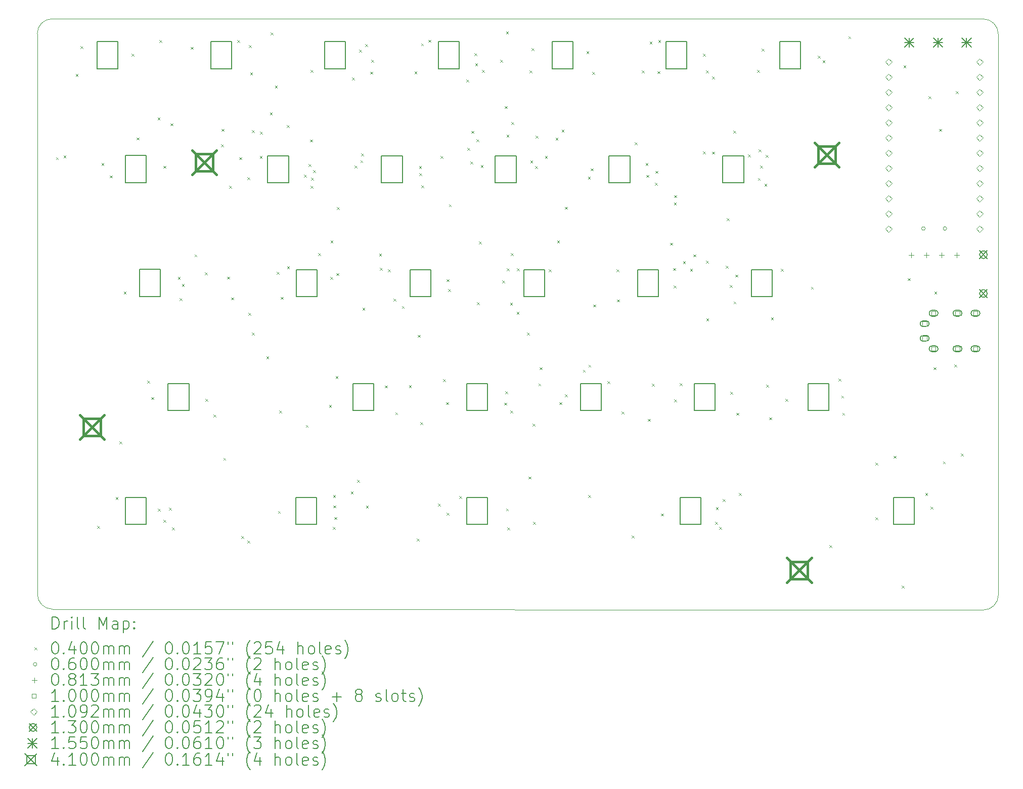
<source format=gbr>
%TF.GenerationSoftware,KiCad,Pcbnew,(6.0.7)*%
%TF.CreationDate,2022-08-10T15:43:27+00:00*%
%TF.ProjectId,zzsplit,7a7a7370-6c69-4742-9e6b-696361645f70,rev?*%
%TF.SameCoordinates,Original*%
%TF.FileFunction,Drillmap*%
%TF.FilePolarity,Positive*%
%FSLAX45Y45*%
G04 Gerber Fmt 4.5, Leading zero omitted, Abs format (unit mm)*
G04 Created by KiCad (PCBNEW (6.0.7)) date 2022-08-10 15:43:27*
%MOMM*%
%LPD*%
G01*
G04 APERTURE LIST*
%ADD10C,0.150000*%
%ADD11C,0.100000*%
%ADD12C,0.200000*%
%ADD13C,0.040000*%
%ADD14C,0.060000*%
%ADD15C,0.081280*%
%ADD16C,0.109220*%
%ADD17C,0.130000*%
%ADD18C,0.155000*%
%ADD19C,0.410000*%
G04 APERTURE END LIST*
D10*
X12762000Y-10449000D02*
X13112000Y-10449000D01*
X7046000Y-12807000D02*
X7046000Y-12357000D01*
X15144000Y-6636000D02*
X15494000Y-6636000D01*
X6569000Y-5180000D02*
X6569000Y-4730000D01*
X13589000Y-6636000D02*
X13589000Y-7086000D01*
D11*
X5820000Y-4346000D02*
X21411000Y-4349000D01*
D10*
X7285000Y-8540000D02*
X7635000Y-8540000D01*
X15494000Y-7086000D02*
X15144000Y-7086000D01*
D11*
X5574000Y-13972000D02*
G75*
G03*
X5824000Y-14222000I250000J0D01*
G01*
D10*
X16445000Y-4730000D02*
X16445000Y-5180000D01*
X16570000Y-10898000D02*
X16570000Y-10448000D01*
X10729000Y-5180000D02*
X10379000Y-5180000D01*
X16683000Y-12354000D02*
X16683000Y-12804000D01*
X14189000Y-5180000D02*
X14189000Y-4730000D01*
X19904000Y-12355000D02*
X20254000Y-12355000D01*
X6569000Y-4730000D02*
X6919000Y-4730000D01*
X13112000Y-10449000D02*
X13112000Y-10899000D01*
X16095000Y-4730000D02*
X16445000Y-4730000D01*
X12160000Y-8993000D02*
X11810000Y-8993000D01*
X16920000Y-10898000D02*
X16570000Y-10898000D01*
X18000000Y-5180000D02*
X18000000Y-4730000D01*
X8475000Y-4730000D02*
X8825000Y-4730000D01*
X13239000Y-6636000D02*
X13589000Y-6636000D01*
X9905000Y-8993000D02*
X9905000Y-8543000D01*
X9779000Y-6636000D02*
X9779000Y-7086000D01*
X16333000Y-12804000D02*
X16333000Y-12354000D01*
D11*
X21660002Y-4599000D02*
X21663000Y-13985000D01*
D10*
X15494000Y-6636000D02*
X15494000Y-7086000D01*
X7396000Y-12357000D02*
X7396000Y-12807000D01*
X11683000Y-6636000D02*
X11683000Y-7086000D01*
X15144000Y-7086000D02*
X15144000Y-6636000D01*
X9905000Y-8543000D02*
X10255000Y-8543000D01*
X10379000Y-4730000D02*
X10729000Y-4730000D01*
X11333000Y-7086000D02*
X11333000Y-6636000D01*
X7761000Y-10452000D02*
X8111000Y-10452000D01*
X11206000Y-10450000D02*
X11206000Y-10900000D01*
X6919000Y-4730000D02*
X6919000Y-5180000D01*
X14065000Y-8542000D02*
X14065000Y-8992000D01*
X10729000Y-4730000D02*
X10729000Y-5180000D01*
X14667000Y-10899000D02*
X14667000Y-10449000D01*
X8475000Y-5180000D02*
X8475000Y-4730000D01*
X11683000Y-7086000D02*
X11333000Y-7086000D01*
X11810000Y-8543000D02*
X12160000Y-8543000D01*
X17049000Y-6636000D02*
X17399000Y-6636000D01*
X11810000Y-8993000D02*
X11810000Y-8543000D01*
X12761000Y-12805000D02*
X12761000Y-12355000D01*
X8825000Y-4730000D02*
X8825000Y-5180000D01*
X12634000Y-4730000D02*
X12634000Y-5180000D01*
X9429000Y-7086000D02*
X9429000Y-6636000D01*
X10379000Y-5180000D02*
X10379000Y-4730000D01*
X9896000Y-12356000D02*
X10246000Y-12356000D01*
X18000000Y-4730000D02*
X18350000Y-4730000D01*
X15970000Y-8542000D02*
X15970000Y-8992000D01*
X10255000Y-8993000D02*
X9905000Y-8993000D01*
X10246000Y-12806000D02*
X9896000Y-12806000D01*
X17399000Y-6636000D02*
X17399000Y-7086000D01*
X17399000Y-7086000D02*
X17049000Y-7086000D01*
X18350000Y-4730000D02*
X18350000Y-5180000D01*
X13111000Y-12355000D02*
X13111000Y-12805000D01*
D11*
X21410992Y-14235998D02*
X5824000Y-14222000D01*
D10*
X17875000Y-8543000D02*
X17875000Y-8993000D01*
X9779000Y-7086000D02*
X9429000Y-7086000D01*
D11*
X5570000Y-4596000D02*
X5574000Y-13972000D01*
D10*
X7285000Y-8990000D02*
X7285000Y-8540000D01*
X15017000Y-10899000D02*
X14667000Y-10899000D01*
X18827000Y-10449000D02*
X18827000Y-10899000D01*
X7046000Y-12357000D02*
X7396000Y-12357000D01*
X17525000Y-8543000D02*
X17875000Y-8543000D01*
X8111000Y-10902000D02*
X7761000Y-10902000D01*
X9896000Y-12806000D02*
X9896000Y-12356000D01*
X15620000Y-8992000D02*
X15620000Y-8542000D01*
X13239000Y-7086000D02*
X13239000Y-6636000D01*
X7395000Y-7085000D02*
X7045000Y-7085000D01*
X14667000Y-10449000D02*
X15017000Y-10449000D01*
X12284000Y-5180000D02*
X12284000Y-4730000D01*
X11206000Y-10900000D02*
X10856000Y-10900000D01*
X20254000Y-12805000D02*
X19904000Y-12805000D01*
X7045000Y-6635000D02*
X7395000Y-6635000D01*
X12634000Y-5180000D02*
X12284000Y-5180000D01*
X12284000Y-4730000D02*
X12634000Y-4730000D01*
X13112000Y-10899000D02*
X12762000Y-10899000D01*
X12160000Y-8543000D02*
X12160000Y-8993000D01*
X10856000Y-10450000D02*
X11206000Y-10450000D01*
X16570000Y-10448000D02*
X16920000Y-10448000D01*
X11333000Y-6636000D02*
X11683000Y-6636000D01*
X10856000Y-10900000D02*
X10856000Y-10450000D01*
X9429000Y-6636000D02*
X9779000Y-6636000D01*
X7395000Y-6635000D02*
X7395000Y-7085000D01*
D11*
X21410992Y-14235998D02*
G75*
G03*
X21663000Y-13985000I1008J250998D01*
G01*
D10*
X10255000Y-8543000D02*
X10255000Y-8993000D01*
X20254000Y-12355000D02*
X20254000Y-12805000D01*
X15620000Y-8542000D02*
X15970000Y-8542000D01*
X12761000Y-12355000D02*
X13111000Y-12355000D01*
X16445000Y-5180000D02*
X16095000Y-5180000D01*
X14189000Y-4730000D02*
X14539000Y-4730000D01*
X7635000Y-8990000D02*
X7285000Y-8990000D01*
D11*
X21660002Y-4599000D02*
G75*
G03*
X21411000Y-4349000I-250002J0D01*
G01*
D10*
X13715000Y-8542000D02*
X14065000Y-8542000D01*
X14065000Y-8992000D02*
X13715000Y-8992000D01*
X7635000Y-8540000D02*
X7635000Y-8990000D01*
X10246000Y-12356000D02*
X10246000Y-12806000D01*
X17875000Y-8993000D02*
X17525000Y-8993000D01*
X14539000Y-4730000D02*
X14539000Y-5180000D01*
X7396000Y-12807000D02*
X7046000Y-12807000D01*
X15970000Y-8992000D02*
X15620000Y-8992000D01*
X18477000Y-10899000D02*
X18477000Y-10449000D01*
X13715000Y-8992000D02*
X13715000Y-8542000D01*
X16920000Y-10448000D02*
X16920000Y-10898000D01*
X18350000Y-5180000D02*
X18000000Y-5180000D01*
X17049000Y-7086000D02*
X17049000Y-6636000D01*
X16683000Y-12804000D02*
X16333000Y-12804000D01*
X7045000Y-7085000D02*
X7045000Y-6635000D01*
X17525000Y-8993000D02*
X17525000Y-8543000D01*
X18827000Y-10899000D02*
X18477000Y-10899000D01*
X18477000Y-10449000D02*
X18827000Y-10449000D01*
X8111000Y-10452000D02*
X8111000Y-10902000D01*
X16095000Y-5180000D02*
X16095000Y-4730000D01*
X13589000Y-7086000D02*
X13239000Y-7086000D01*
X15017000Y-10449000D02*
X15017000Y-10899000D01*
X13111000Y-12805000D02*
X12761000Y-12805000D01*
X6919000Y-5180000D02*
X6569000Y-5180000D01*
X14539000Y-5180000D02*
X14189000Y-5180000D01*
D11*
X5820000Y-4346000D02*
G75*
G03*
X5570000Y-4596000I0J-250000D01*
G01*
D10*
X8825000Y-5180000D02*
X8475000Y-5180000D01*
X7761000Y-10902000D02*
X7761000Y-10452000D01*
X16333000Y-12354000D02*
X16683000Y-12354000D01*
X12762000Y-10899000D02*
X12762000Y-10449000D01*
X19904000Y-12805000D02*
X19904000Y-12355000D01*
D12*
D13*
X5884000Y-6661000D02*
X5924000Y-6701000D01*
X5924000Y-6661000D02*
X5884000Y-6701000D01*
X6010000Y-6635000D02*
X6050000Y-6675000D01*
X6050000Y-6635000D02*
X6010000Y-6675000D01*
X6215000Y-5268000D02*
X6255000Y-5308000D01*
X6255000Y-5268000D02*
X6215000Y-5308000D01*
X6294000Y-4805000D02*
X6334000Y-4845000D01*
X6334000Y-4805000D02*
X6294000Y-4845000D01*
X6571000Y-12832000D02*
X6611000Y-12872000D01*
X6611000Y-12832000D02*
X6571000Y-12872000D01*
X6646000Y-6759000D02*
X6686000Y-6799000D01*
X6686000Y-6759000D02*
X6646000Y-6799000D01*
X6787000Y-6966000D02*
X6827000Y-7006000D01*
X6827000Y-6966000D02*
X6787000Y-7006000D01*
X6883000Y-12345000D02*
X6923000Y-12385000D01*
X6923000Y-12345000D02*
X6883000Y-12385000D01*
X6945000Y-11415000D02*
X6985000Y-11455000D01*
X6985000Y-11415000D02*
X6945000Y-11455000D01*
X7018000Y-8909000D02*
X7058000Y-8949000D01*
X7058000Y-8909000D02*
X7018000Y-8949000D01*
X7151000Y-4931000D02*
X7191000Y-4971000D01*
X7191000Y-4931000D02*
X7151000Y-4971000D01*
X7236000Y-6331000D02*
X7276000Y-6371000D01*
X7276000Y-6331000D02*
X7236000Y-6371000D01*
X7412000Y-10397000D02*
X7452000Y-10437000D01*
X7452000Y-10397000D02*
X7412000Y-10437000D01*
X7479000Y-10675000D02*
X7519000Y-10715000D01*
X7519000Y-10675000D02*
X7479000Y-10715000D01*
X7585000Y-5996000D02*
X7625000Y-6036000D01*
X7625000Y-5996000D02*
X7585000Y-6036000D01*
X7592265Y-12542182D02*
X7632265Y-12582182D01*
X7632265Y-12542182D02*
X7592265Y-12582182D01*
X7613000Y-4703000D02*
X7653000Y-4743000D01*
X7653000Y-4703000D02*
X7613000Y-4743000D01*
X7683000Y-6806000D02*
X7723000Y-6846000D01*
X7723000Y-6806000D02*
X7683000Y-6846000D01*
X7685000Y-12725000D02*
X7725000Y-12765000D01*
X7725000Y-12725000D02*
X7685000Y-12765000D01*
X7774000Y-12526000D02*
X7814000Y-12566000D01*
X7814000Y-12526000D02*
X7774000Y-12566000D01*
X7799000Y-6094000D02*
X7839000Y-6134000D01*
X7839000Y-6094000D02*
X7799000Y-6134000D01*
X7824000Y-12855000D02*
X7864000Y-12895000D01*
X7864000Y-12855000D02*
X7824000Y-12895000D01*
X7925000Y-8667000D02*
X7965000Y-8707000D01*
X7965000Y-8667000D02*
X7925000Y-8707000D01*
X7955000Y-9019000D02*
X7995000Y-9059000D01*
X7995000Y-9019000D02*
X7955000Y-9059000D01*
X7992000Y-8782000D02*
X8032000Y-8822000D01*
X8032000Y-8782000D02*
X7992000Y-8822000D01*
X8139000Y-4817000D02*
X8179000Y-4857000D01*
X8179000Y-4817000D02*
X8139000Y-4857000D01*
X8204000Y-8288000D02*
X8244000Y-8328000D01*
X8244000Y-8288000D02*
X8204000Y-8328000D01*
X8378000Y-8586000D02*
X8418000Y-8626000D01*
X8418000Y-8586000D02*
X8378000Y-8626000D01*
X8387000Y-10702000D02*
X8427000Y-10742000D01*
X8427000Y-10702000D02*
X8387000Y-10742000D01*
X8520000Y-10969000D02*
X8560000Y-11009000D01*
X8560000Y-10969000D02*
X8520000Y-11009000D01*
X8650000Y-6444000D02*
X8690000Y-6484000D01*
X8690000Y-6444000D02*
X8650000Y-6484000D01*
X8654000Y-6188000D02*
X8694000Y-6228000D01*
X8694000Y-6188000D02*
X8654000Y-6228000D01*
X8686000Y-11692000D02*
X8726000Y-11732000D01*
X8726000Y-11692000D02*
X8686000Y-11732000D01*
X8752000Y-8659000D02*
X8792000Y-8699000D01*
X8792000Y-8659000D02*
X8752000Y-8699000D01*
X8781000Y-7138000D02*
X8821000Y-7178000D01*
X8821000Y-7138000D02*
X8781000Y-7178000D01*
X8815000Y-9007000D02*
X8855000Y-9047000D01*
X8855000Y-9007000D02*
X8815000Y-9047000D01*
X8918000Y-4699000D02*
X8958000Y-4739000D01*
X8958000Y-4699000D02*
X8918000Y-4739000D01*
X8950000Y-6662000D02*
X8990000Y-6702000D01*
X8990000Y-6662000D02*
X8950000Y-6702000D01*
X8986000Y-13002000D02*
X9026000Y-13042000D01*
X9026000Y-13002000D02*
X8986000Y-13042000D01*
X9088000Y-6999000D02*
X9128000Y-7039000D01*
X9128000Y-6999000D02*
X9088000Y-7039000D01*
X9088000Y-13073000D02*
X9128000Y-13113000D01*
X9128000Y-13073000D02*
X9088000Y-13113000D01*
X9107000Y-9267000D02*
X9147000Y-9307000D01*
X9147000Y-9267000D02*
X9107000Y-9307000D01*
X9116000Y-4784000D02*
X9156000Y-4824000D01*
X9156000Y-4784000D02*
X9116000Y-4824000D01*
X9136000Y-5241000D02*
X9176000Y-5281000D01*
X9176000Y-5241000D02*
X9136000Y-5281000D01*
X9164000Y-9595000D02*
X9204000Y-9635000D01*
X9204000Y-9595000D02*
X9164000Y-9635000D01*
X9165000Y-6210000D02*
X9205000Y-6250000D01*
X9205000Y-6210000D02*
X9165000Y-6250000D01*
X9296000Y-6641000D02*
X9336000Y-6681000D01*
X9336000Y-6641000D02*
X9296000Y-6681000D01*
X9303000Y-6235000D02*
X9343000Y-6275000D01*
X9343000Y-6235000D02*
X9303000Y-6275000D01*
X9406000Y-9994000D02*
X9446000Y-10034000D01*
X9446000Y-9994000D02*
X9406000Y-10034000D01*
X9466000Y-5914000D02*
X9506000Y-5954000D01*
X9506000Y-5914000D02*
X9466000Y-5954000D01*
X9480000Y-4574000D02*
X9520000Y-4614000D01*
X9520000Y-4574000D02*
X9480000Y-4614000D01*
X9550000Y-5464000D02*
X9590000Y-5504000D01*
X9590000Y-5464000D02*
X9550000Y-5504000D01*
X9577000Y-8580000D02*
X9617000Y-8620000D01*
X9617000Y-8580000D02*
X9577000Y-8620000D01*
X9600000Y-12581000D02*
X9640000Y-12621000D01*
X9640000Y-12581000D02*
X9600000Y-12621000D01*
X9624000Y-10901000D02*
X9664000Y-10941000D01*
X9664000Y-10901000D02*
X9624000Y-10941000D01*
X9646000Y-8999000D02*
X9686000Y-9039000D01*
X9686000Y-8999000D02*
X9646000Y-9039000D01*
X9749000Y-6121000D02*
X9789000Y-6161000D01*
X9789000Y-6121000D02*
X9749000Y-6161000D01*
X9754000Y-8485000D02*
X9794000Y-8525000D01*
X9794000Y-8485000D02*
X9754000Y-8525000D01*
X10034000Y-6952000D02*
X10074000Y-6992000D01*
X10074000Y-6952000D02*
X10034000Y-6992000D01*
X10067000Y-11140000D02*
X10107000Y-11180000D01*
X10107000Y-11140000D02*
X10067000Y-11180000D01*
X10111000Y-6773000D02*
X10151000Y-6813000D01*
X10151000Y-6773000D02*
X10111000Y-6813000D01*
X10141000Y-6366000D02*
X10181000Y-6406000D01*
X10181000Y-6366000D02*
X10141000Y-6406000D01*
X10147000Y-7138000D02*
X10187000Y-7178000D01*
X10187000Y-7138000D02*
X10147000Y-7178000D01*
X10148000Y-5204000D02*
X10188000Y-5244000D01*
X10188000Y-5204000D02*
X10148000Y-5244000D01*
X10154000Y-7005000D02*
X10194000Y-7045000D01*
X10194000Y-7005000D02*
X10154000Y-7045000D01*
X10192000Y-6878000D02*
X10232000Y-6918000D01*
X10232000Y-6878000D02*
X10192000Y-6918000D01*
X10273000Y-8266000D02*
X10313000Y-8306000D01*
X10313000Y-8266000D02*
X10273000Y-8306000D01*
X10457000Y-10809000D02*
X10497000Y-10849000D01*
X10497000Y-10809000D02*
X10457000Y-10849000D01*
X10475000Y-8662000D02*
X10515000Y-8702000D01*
X10515000Y-8662000D02*
X10475000Y-8702000D01*
X10482000Y-8052000D02*
X10522000Y-8092000D01*
X10522000Y-8052000D02*
X10482000Y-8092000D01*
X10520000Y-12848000D02*
X10560000Y-12888000D01*
X10560000Y-12848000D02*
X10520000Y-12888000D01*
X10524000Y-12315000D02*
X10564000Y-12355000D01*
X10564000Y-12315000D02*
X10524000Y-12355000D01*
X10530000Y-12486000D02*
X10570000Y-12526000D01*
X10570000Y-12486000D02*
X10530000Y-12526000D01*
X10544000Y-12682000D02*
X10584000Y-12722000D01*
X10584000Y-12682000D02*
X10544000Y-12722000D01*
X10567000Y-10325000D02*
X10607000Y-10365000D01*
X10607000Y-10325000D02*
X10567000Y-10365000D01*
X10576000Y-8600000D02*
X10616000Y-8640000D01*
X10616000Y-8600000D02*
X10576000Y-8640000D01*
X10588000Y-7496000D02*
X10628000Y-7536000D01*
X10628000Y-7496000D02*
X10588000Y-7536000D01*
X10819620Y-12256709D02*
X10859620Y-12296709D01*
X10859620Y-12256709D02*
X10819620Y-12296709D01*
X10839000Y-5330000D02*
X10879000Y-5370000D01*
X10879000Y-5330000D02*
X10839000Y-5370000D01*
X10884000Y-6800000D02*
X10924000Y-6840000D01*
X10924000Y-6800000D02*
X10884000Y-6840000D01*
X10927000Y-12059000D02*
X10967000Y-12099000D01*
X10967000Y-12059000D02*
X10927000Y-12099000D01*
X10960000Y-4865000D02*
X11000000Y-4905000D01*
X11000000Y-4865000D02*
X10960000Y-4905000D01*
X10981000Y-6713000D02*
X11021000Y-6753000D01*
X11021000Y-6713000D02*
X10981000Y-6753000D01*
X10991000Y-6599000D02*
X11031000Y-6639000D01*
X11031000Y-6599000D02*
X10991000Y-6639000D01*
X11014179Y-9179267D02*
X11054179Y-9219267D01*
X11054179Y-9179267D02*
X11014179Y-9219267D01*
X11060000Y-4772000D02*
X11100000Y-4812000D01*
X11100000Y-4772000D02*
X11060000Y-4812000D01*
X11073000Y-12492000D02*
X11113000Y-12532000D01*
X11113000Y-12492000D02*
X11073000Y-12532000D01*
X11147000Y-5230000D02*
X11187000Y-5270000D01*
X11187000Y-5230000D02*
X11147000Y-5270000D01*
X11162000Y-5031000D02*
X11202000Y-5071000D01*
X11202000Y-5031000D02*
X11162000Y-5071000D01*
X11295000Y-8276000D02*
X11335000Y-8316000D01*
X11335000Y-8276000D02*
X11295000Y-8316000D01*
X11304880Y-8514101D02*
X11344880Y-8554101D01*
X11344880Y-8514101D02*
X11304880Y-8554101D01*
X11390000Y-10480000D02*
X11430000Y-10520000D01*
X11430000Y-10480000D02*
X11390000Y-10520000D01*
X11445000Y-8534000D02*
X11485000Y-8574000D01*
X11485000Y-8534000D02*
X11445000Y-8574000D01*
X11537000Y-9026000D02*
X11577000Y-9066000D01*
X11577000Y-9026000D02*
X11537000Y-9066000D01*
X11566000Y-10929000D02*
X11606000Y-10969000D01*
X11606000Y-10929000D02*
X11566000Y-10969000D01*
X11674000Y-9152000D02*
X11714000Y-9192000D01*
X11714000Y-9152000D02*
X11674000Y-9192000D01*
X11794000Y-10478000D02*
X11834000Y-10518000D01*
X11834000Y-10478000D02*
X11794000Y-10518000D01*
X11886000Y-5224000D02*
X11926000Y-5264000D01*
X11926000Y-5224000D02*
X11886000Y-5264000D01*
X11923000Y-13043000D02*
X11963000Y-13083000D01*
X11963000Y-13043000D02*
X11923000Y-13083000D01*
X11944000Y-9633000D02*
X11984000Y-9673000D01*
X11984000Y-9633000D02*
X11944000Y-9673000D01*
X11962000Y-6808000D02*
X12002000Y-6848000D01*
X12002000Y-6808000D02*
X11962000Y-6848000D01*
X11969000Y-6927000D02*
X12009000Y-6967000D01*
X12009000Y-6927000D02*
X11969000Y-6967000D01*
X11987000Y-11096000D02*
X12027000Y-11136000D01*
X12027000Y-11096000D02*
X11987000Y-11136000D01*
X11987000Y-11096000D02*
X12027000Y-11136000D01*
X12027000Y-11096000D02*
X11987000Y-11136000D01*
X11996000Y-4757000D02*
X12036000Y-4797000D01*
X12036000Y-4757000D02*
X11996000Y-4797000D01*
X11999000Y-7134000D02*
X12039000Y-7174000D01*
X12039000Y-7134000D02*
X11999000Y-7174000D01*
X12121000Y-4698000D02*
X12161000Y-4738000D01*
X12161000Y-4698000D02*
X12121000Y-4738000D01*
X12281000Y-12457000D02*
X12321000Y-12497000D01*
X12321000Y-12457000D02*
X12281000Y-12497000D01*
X12322000Y-6638000D02*
X12362000Y-6678000D01*
X12362000Y-6638000D02*
X12322000Y-6678000D01*
X12367537Y-10373162D02*
X12407537Y-10413162D01*
X12407537Y-10373162D02*
X12367537Y-10413162D01*
X12413000Y-10759000D02*
X12453000Y-10799000D01*
X12453000Y-10759000D02*
X12413000Y-10799000D01*
X12422000Y-8703000D02*
X12462000Y-8743000D01*
X12462000Y-8703000D02*
X12422000Y-8743000D01*
X12423000Y-12612000D02*
X12463000Y-12652000D01*
X12463000Y-12612000D02*
X12423000Y-12652000D01*
X12450000Y-8869000D02*
X12490000Y-8909000D01*
X12490000Y-8869000D02*
X12450000Y-8909000D01*
X12462000Y-7449000D02*
X12502000Y-7489000D01*
X12502000Y-7449000D02*
X12462000Y-7489000D01*
X12633000Y-12329000D02*
X12673000Y-12369000D01*
X12673000Y-12329000D02*
X12633000Y-12369000D01*
X12753000Y-5360000D02*
X12793000Y-5400000D01*
X12793000Y-5360000D02*
X12753000Y-5400000D01*
X12773000Y-6506000D02*
X12813000Y-6546000D01*
X12813000Y-6506000D02*
X12773000Y-6546000D01*
X12821000Y-6733000D02*
X12861000Y-6773000D01*
X12861000Y-6733000D02*
X12821000Y-6773000D01*
X12839000Y-6221000D02*
X12879000Y-6261000D01*
X12879000Y-6221000D02*
X12839000Y-6261000D01*
X12888000Y-4919000D02*
X12928000Y-4959000D01*
X12928000Y-4919000D02*
X12888000Y-4959000D01*
X12902000Y-5094000D02*
X12942000Y-5134000D01*
X12942000Y-5094000D02*
X12902000Y-5134000D01*
X12923000Y-6363000D02*
X12963000Y-6403000D01*
X12963000Y-6363000D02*
X12923000Y-6403000D01*
X12932000Y-9089000D02*
X12972000Y-9129000D01*
X12972000Y-9089000D02*
X12932000Y-9129000D01*
X12965000Y-8071000D02*
X13005000Y-8111000D01*
X13005000Y-8071000D02*
X12965000Y-8111000D01*
X12995000Y-6793000D02*
X13035000Y-6833000D01*
X13035000Y-6793000D02*
X12995000Y-6833000D01*
X13015000Y-5204000D02*
X13055000Y-5244000D01*
X13055000Y-5204000D02*
X13015000Y-5244000D01*
X13320000Y-5032000D02*
X13360000Y-5072000D01*
X13360000Y-5032000D02*
X13320000Y-5072000D01*
X13356000Y-8726000D02*
X13396000Y-8766000D01*
X13396000Y-8726000D02*
X13356000Y-8766000D01*
X13392000Y-10768000D02*
X13432000Y-10808000D01*
X13432000Y-10768000D02*
X13392000Y-10808000D01*
X13401000Y-5806000D02*
X13441000Y-5846000D01*
X13441000Y-5806000D02*
X13401000Y-5846000D01*
X13405000Y-10579000D02*
X13445000Y-10619000D01*
X13445000Y-10579000D02*
X13405000Y-10619000D01*
X13420000Y-4559000D02*
X13460000Y-4599000D01*
X13460000Y-4559000D02*
X13420000Y-4599000D01*
X13420047Y-12538353D02*
X13460047Y-12578353D01*
X13460047Y-12538353D02*
X13420047Y-12578353D01*
X13427000Y-6283000D02*
X13467000Y-6323000D01*
X13467000Y-6283000D02*
X13427000Y-6323000D01*
X13430000Y-8520000D02*
X13470000Y-8560000D01*
X13470000Y-8520000D02*
X13430000Y-8560000D01*
X13438000Y-12853000D02*
X13478000Y-12893000D01*
X13478000Y-12853000D02*
X13438000Y-12893000D01*
X13486000Y-9096000D02*
X13526000Y-9136000D01*
X13526000Y-9096000D02*
X13486000Y-9136000D01*
X13493000Y-10898000D02*
X13533000Y-10938000D01*
X13533000Y-10898000D02*
X13493000Y-10938000D01*
X13502000Y-8266000D02*
X13542000Y-8306000D01*
X13542000Y-8266000D02*
X13502000Y-8306000D01*
X13511000Y-6074000D02*
X13551000Y-6114000D01*
X13551000Y-6074000D02*
X13511000Y-6114000D01*
X13598000Y-9250000D02*
X13638000Y-9290000D01*
X13638000Y-9250000D02*
X13598000Y-9290000D01*
X13600000Y-8522000D02*
X13640000Y-8562000D01*
X13640000Y-8522000D02*
X13600000Y-8562000D01*
X13770000Y-9593000D02*
X13810000Y-9633000D01*
X13810000Y-9593000D02*
X13770000Y-9633000D01*
X13797000Y-12005000D02*
X13837000Y-12045000D01*
X13837000Y-12005000D02*
X13797000Y-12045000D01*
X13810000Y-5209000D02*
X13850000Y-5249000D01*
X13850000Y-5209000D02*
X13810000Y-5249000D01*
X13826000Y-6714000D02*
X13866000Y-6754000D01*
X13866000Y-6714000D02*
X13826000Y-6754000D01*
X13849000Y-4837000D02*
X13889000Y-4877000D01*
X13889000Y-4837000D02*
X13849000Y-4877000D01*
X13862000Y-11118000D02*
X13902000Y-11158000D01*
X13902000Y-11118000D02*
X13862000Y-11158000D01*
X13872000Y-12764000D02*
X13912000Y-12804000D01*
X13912000Y-12764000D02*
X13872000Y-12804000D01*
X13908000Y-6808000D02*
X13948000Y-6848000D01*
X13948000Y-6808000D02*
X13908000Y-6848000D01*
X13914000Y-6300000D02*
X13954000Y-6340000D01*
X13954000Y-6300000D02*
X13914000Y-6340000D01*
X13960000Y-10447000D02*
X14000000Y-10487000D01*
X14000000Y-10447000D02*
X13960000Y-10487000D01*
X13982000Y-10175000D02*
X14022000Y-10215000D01*
X14022000Y-10175000D02*
X13982000Y-10215000D01*
X14071000Y-6639000D02*
X14111000Y-6679000D01*
X14111000Y-6639000D02*
X14071000Y-6679000D01*
X14133349Y-8534133D02*
X14173349Y-8574133D01*
X14173349Y-8534133D02*
X14133349Y-8574133D01*
X14248000Y-6334000D02*
X14288000Y-6374000D01*
X14288000Y-6334000D02*
X14248000Y-6374000D01*
X14275000Y-8057000D02*
X14315000Y-8097000D01*
X14315000Y-8057000D02*
X14275000Y-8097000D01*
X14310000Y-10759000D02*
X14350000Y-10799000D01*
X14350000Y-10759000D02*
X14310000Y-10799000D01*
X14351000Y-6198000D02*
X14391000Y-6238000D01*
X14391000Y-6198000D02*
X14351000Y-6238000D01*
X14404000Y-7492000D02*
X14444000Y-7532000D01*
X14444000Y-7492000D02*
X14404000Y-7532000D01*
X14406000Y-10626000D02*
X14446000Y-10666000D01*
X14446000Y-10626000D02*
X14406000Y-10666000D01*
X14705000Y-10218000D02*
X14745000Y-10258000D01*
X14745000Y-10218000D02*
X14705000Y-10258000D01*
X14765000Y-4889000D02*
X14805000Y-4929000D01*
X14805000Y-4889000D02*
X14765000Y-4929000D01*
X14790000Y-6989000D02*
X14830000Y-7029000D01*
X14830000Y-6989000D02*
X14790000Y-7029000D01*
X14798000Y-12311000D02*
X14838000Y-12351000D01*
X14838000Y-12311000D02*
X14798000Y-12351000D01*
X14800000Y-10134000D02*
X14840000Y-10174000D01*
X14840000Y-10134000D02*
X14800000Y-10174000D01*
X14836309Y-6848717D02*
X14876309Y-6888717D01*
X14876309Y-6848717D02*
X14836309Y-6888717D01*
X14861000Y-5238000D02*
X14901000Y-5278000D01*
X14901000Y-5238000D02*
X14861000Y-5278000D01*
X14882000Y-9126000D02*
X14922000Y-9166000D01*
X14922000Y-9126000D02*
X14882000Y-9166000D01*
X15117000Y-10408000D02*
X15157000Y-10448000D01*
X15157000Y-10408000D02*
X15117000Y-10448000D01*
X15270000Y-8537000D02*
X15310000Y-8577000D01*
X15310000Y-8537000D02*
X15270000Y-8577000D01*
X15279000Y-9041000D02*
X15319000Y-9081000D01*
X15319000Y-9041000D02*
X15279000Y-9081000D01*
X15353000Y-10919000D02*
X15393000Y-10959000D01*
X15393000Y-10919000D02*
X15353000Y-10959000D01*
X15523000Y-12990000D02*
X15563000Y-13030000D01*
X15563000Y-12990000D02*
X15523000Y-13030000D01*
X15575000Y-6409000D02*
X15615000Y-6449000D01*
X15615000Y-6409000D02*
X15575000Y-6449000D01*
X15690000Y-5209000D02*
X15730000Y-5249000D01*
X15730000Y-5209000D02*
X15690000Y-5249000D01*
X15755000Y-6761000D02*
X15795000Y-6801000D01*
X15795000Y-6761000D02*
X15755000Y-6801000D01*
X15769000Y-6959000D02*
X15809000Y-6999000D01*
X15809000Y-6959000D02*
X15769000Y-6999000D01*
X15794000Y-11038000D02*
X15834000Y-11078000D01*
X15834000Y-11038000D02*
X15794000Y-11078000D01*
X15823000Y-4725000D02*
X15863000Y-4765000D01*
X15863000Y-4725000D02*
X15823000Y-4765000D01*
X15859000Y-10450000D02*
X15899000Y-10490000D01*
X15899000Y-10450000D02*
X15859000Y-10490000D01*
X15912000Y-7092000D02*
X15952000Y-7132000D01*
X15952000Y-7092000D02*
X15912000Y-7132000D01*
X15922000Y-6890000D02*
X15962000Y-6930000D01*
X15962000Y-6890000D02*
X15922000Y-6930000D01*
X15958000Y-5222000D02*
X15998000Y-5262000D01*
X15998000Y-5222000D02*
X15958000Y-5262000D01*
X15968000Y-4704000D02*
X16008000Y-4744000D01*
X16008000Y-4704000D02*
X15968000Y-4744000D01*
X16012000Y-12623000D02*
X16052000Y-12663000D01*
X16052000Y-12623000D02*
X16012000Y-12663000D01*
X16167000Y-8092000D02*
X16207000Y-8132000D01*
X16207000Y-8092000D02*
X16167000Y-8132000D01*
X16216000Y-8517000D02*
X16256000Y-8557000D01*
X16256000Y-8517000D02*
X16216000Y-8557000D01*
X16228000Y-8807000D02*
X16268000Y-8847000D01*
X16268000Y-8807000D02*
X16228000Y-8847000D01*
X16230000Y-7418000D02*
X16270000Y-7458000D01*
X16270000Y-7418000D02*
X16230000Y-7458000D01*
X16232000Y-7296000D02*
X16272000Y-7336000D01*
X16272000Y-7296000D02*
X16232000Y-7336000D01*
X16233000Y-10715000D02*
X16273000Y-10755000D01*
X16273000Y-10715000D02*
X16233000Y-10755000D01*
X16325000Y-10439000D02*
X16365000Y-10479000D01*
X16365000Y-10439000D02*
X16325000Y-10479000D01*
X16383000Y-8399000D02*
X16423000Y-8439000D01*
X16423000Y-8399000D02*
X16383000Y-8439000D01*
X16502000Y-8526000D02*
X16542000Y-8566000D01*
X16542000Y-8526000D02*
X16502000Y-8566000D01*
X16558000Y-8288000D02*
X16598000Y-8328000D01*
X16598000Y-8288000D02*
X16558000Y-8328000D01*
X16715000Y-4930000D02*
X16755000Y-4970000D01*
X16755000Y-4930000D02*
X16715000Y-4970000D01*
X16716000Y-6564000D02*
X16756000Y-6604000D01*
X16756000Y-6564000D02*
X16716000Y-6604000D01*
X16765000Y-8392000D02*
X16805000Y-8432000D01*
X16805000Y-8392000D02*
X16765000Y-8432000D01*
X16766000Y-5210000D02*
X16806000Y-5250000D01*
X16806000Y-5210000D02*
X16766000Y-5250000D01*
X16771000Y-9357000D02*
X16811000Y-9397000D01*
X16811000Y-9357000D02*
X16771000Y-9397000D01*
X16869000Y-5313000D02*
X16909000Y-5353000D01*
X16909000Y-5313000D02*
X16869000Y-5353000D01*
X16870000Y-6569000D02*
X16910000Y-6609000D01*
X16910000Y-6569000D02*
X16870000Y-6609000D01*
X16919000Y-12760000D02*
X16959000Y-12800000D01*
X16959000Y-12760000D02*
X16919000Y-12800000D01*
X16932000Y-12514000D02*
X16972000Y-12554000D01*
X16972000Y-12514000D02*
X16932000Y-12554000D01*
X16985000Y-12849000D02*
X17025000Y-12889000D01*
X17025000Y-12849000D02*
X16985000Y-12889000D01*
X17049000Y-12379000D02*
X17089000Y-12419000D01*
X17089000Y-12379000D02*
X17049000Y-12419000D01*
X17099000Y-8479000D02*
X17139000Y-8519000D01*
X17139000Y-8479000D02*
X17099000Y-8519000D01*
X17112000Y-7681000D02*
X17152000Y-7721000D01*
X17152000Y-7681000D02*
X17112000Y-7721000D01*
X17166000Y-8800000D02*
X17206000Y-8840000D01*
X17206000Y-8800000D02*
X17166000Y-8840000D01*
X17176000Y-10586000D02*
X17216000Y-10626000D01*
X17216000Y-10586000D02*
X17176000Y-10626000D01*
X17222000Y-6217000D02*
X17262000Y-6257000D01*
X17262000Y-6217000D02*
X17222000Y-6257000D01*
X17230000Y-9074000D02*
X17270000Y-9114000D01*
X17270000Y-9074000D02*
X17230000Y-9114000D01*
X17257000Y-8627000D02*
X17297000Y-8667000D01*
X17297000Y-8627000D02*
X17257000Y-8667000D01*
X17276000Y-10937000D02*
X17316000Y-10977000D01*
X17316000Y-10937000D02*
X17276000Y-10977000D01*
X17321000Y-12281000D02*
X17361000Y-12321000D01*
X17361000Y-12281000D02*
X17321000Y-12321000D01*
X17470000Y-6613000D02*
X17510000Y-6653000D01*
X17510000Y-6613000D02*
X17470000Y-6653000D01*
X17624000Y-5204000D02*
X17664000Y-5244000D01*
X17664000Y-5204000D02*
X17624000Y-5244000D01*
X17635000Y-7009000D02*
X17675000Y-7049000D01*
X17675000Y-7009000D02*
X17635000Y-7049000D01*
X17650500Y-6531500D02*
X17690500Y-6571500D01*
X17690500Y-6531500D02*
X17650500Y-6571500D01*
X17672000Y-6799000D02*
X17712000Y-6839000D01*
X17712000Y-6799000D02*
X17672000Y-6839000D01*
X17699500Y-4847500D02*
X17739500Y-4887500D01*
X17739500Y-4847500D02*
X17699500Y-4887500D01*
X17746000Y-7106000D02*
X17786000Y-7146000D01*
X17786000Y-7106000D02*
X17746000Y-7146000D01*
X17767000Y-6621000D02*
X17807000Y-6661000D01*
X17807000Y-6621000D02*
X17767000Y-6661000D01*
X17774000Y-10467000D02*
X17814000Y-10507000D01*
X17814000Y-10467000D02*
X17774000Y-10507000D01*
X17827000Y-11013000D02*
X17867000Y-11053000D01*
X17867000Y-11013000D02*
X17827000Y-11053000D01*
X17856000Y-9342000D02*
X17896000Y-9382000D01*
X17896000Y-9342000D02*
X17856000Y-9382000D01*
X18019000Y-8526000D02*
X18059000Y-8566000D01*
X18059000Y-8526000D02*
X18019000Y-8566000D01*
X18095000Y-10703000D02*
X18135000Y-10743000D01*
X18135000Y-10703000D02*
X18095000Y-10743000D01*
X18525000Y-8830000D02*
X18565000Y-8870000D01*
X18565000Y-8830000D02*
X18525000Y-8870000D01*
X18640000Y-4963000D02*
X18680000Y-5003000D01*
X18680000Y-4963000D02*
X18640000Y-5003000D01*
X18719000Y-5038000D02*
X18759000Y-5078000D01*
X18759000Y-5038000D02*
X18719000Y-5078000D01*
X18834927Y-13149614D02*
X18874927Y-13189614D01*
X18874927Y-13149614D02*
X18834927Y-13189614D01*
X18985000Y-10366000D02*
X19025000Y-10406000D01*
X19025000Y-10366000D02*
X18985000Y-10406000D01*
X19032000Y-10650000D02*
X19072000Y-10690000D01*
X19072000Y-10650000D02*
X19032000Y-10690000D01*
X19050000Y-10938000D02*
X19090000Y-10978000D01*
X19090000Y-10938000D02*
X19050000Y-10978000D01*
X19152000Y-4639000D02*
X19192000Y-4679000D01*
X19192000Y-4639000D02*
X19152000Y-4679000D01*
X19602000Y-11770000D02*
X19642000Y-11810000D01*
X19642000Y-11770000D02*
X19602000Y-11810000D01*
X19604000Y-12687000D02*
X19644000Y-12727000D01*
X19644000Y-12687000D02*
X19604000Y-12727000D01*
X19906000Y-11656000D02*
X19946000Y-11696000D01*
X19946000Y-11656000D02*
X19906000Y-11696000D01*
X20045000Y-13829000D02*
X20085000Y-13869000D01*
X20085000Y-13829000D02*
X20045000Y-13869000D01*
X20073000Y-5126000D02*
X20113000Y-5166000D01*
X20113000Y-5126000D02*
X20073000Y-5166000D01*
X20147000Y-8685000D02*
X20187000Y-8725000D01*
X20187000Y-8685000D02*
X20147000Y-8725000D01*
X20437000Y-12279000D02*
X20477000Y-12319000D01*
X20477000Y-12279000D02*
X20437000Y-12319000D01*
X20492000Y-5643000D02*
X20532000Y-5683000D01*
X20532000Y-5643000D02*
X20492000Y-5683000D01*
X20527000Y-12509000D02*
X20567000Y-12549000D01*
X20567000Y-12509000D02*
X20527000Y-12549000D01*
X20580000Y-10176000D02*
X20620000Y-10216000D01*
X20620000Y-10176000D02*
X20580000Y-10216000D01*
X20591000Y-8907000D02*
X20631000Y-8947000D01*
X20631000Y-8907000D02*
X20591000Y-8947000D01*
X20670000Y-6188000D02*
X20710000Y-6228000D01*
X20710000Y-6188000D02*
X20670000Y-6228000D01*
X20735000Y-11749000D02*
X20775000Y-11789000D01*
X20775000Y-11749000D02*
X20735000Y-11789000D01*
X20925000Y-10130000D02*
X20965000Y-10170000D01*
X20965000Y-10130000D02*
X20925000Y-10170000D01*
X20952000Y-5558000D02*
X20992000Y-5598000D01*
X20992000Y-5558000D02*
X20952000Y-5598000D01*
X21033000Y-11618000D02*
X21073000Y-11658000D01*
X21073000Y-11618000D02*
X21033000Y-11658000D01*
D14*
X20437500Y-7854500D02*
G75*
G03*
X20437500Y-7854500I-30000J0D01*
G01*
X20797500Y-7854500D02*
G75*
G03*
X20797500Y-7854500I-30000J0D01*
G01*
D15*
X20206500Y-8258360D02*
X20206500Y-8339640D01*
X20165860Y-8299000D02*
X20247140Y-8299000D01*
X20460500Y-8258360D02*
X20460500Y-8339640D01*
X20419860Y-8299000D02*
X20501140Y-8299000D01*
X20714500Y-8258360D02*
X20714500Y-8339640D01*
X20673860Y-8299000D02*
X20755140Y-8299000D01*
X20968500Y-8258360D02*
X20968500Y-8339640D01*
X20927860Y-8299000D02*
X21009140Y-8299000D01*
D11*
X20463856Y-9481856D02*
X20463856Y-9411144D01*
X20393144Y-9411144D01*
X20393144Y-9481856D01*
X20463856Y-9481856D01*
D12*
X20453500Y-9396500D02*
X20403500Y-9396500D01*
X20453500Y-9496500D02*
X20403500Y-9496500D01*
X20403500Y-9396500D02*
G75*
G03*
X20403500Y-9496500I0J-50000D01*
G01*
X20453500Y-9496500D02*
G75*
G03*
X20453500Y-9396500I0J50000D01*
G01*
D11*
X20463856Y-9726856D02*
X20463856Y-9656144D01*
X20393144Y-9656144D01*
X20393144Y-9726856D01*
X20463856Y-9726856D01*
D12*
X20453500Y-9641500D02*
X20403500Y-9641500D01*
X20453500Y-9741500D02*
X20403500Y-9741500D01*
X20403500Y-9641500D02*
G75*
G03*
X20403500Y-9741500I0J-50000D01*
G01*
X20453500Y-9741500D02*
G75*
G03*
X20453500Y-9641500I0J50000D01*
G01*
D11*
X20613856Y-9306856D02*
X20613856Y-9236144D01*
X20543144Y-9236144D01*
X20543144Y-9306856D01*
X20613856Y-9306856D01*
D12*
X20603500Y-9221500D02*
X20553500Y-9221500D01*
X20603500Y-9321500D02*
X20553500Y-9321500D01*
X20553500Y-9221500D02*
G75*
G03*
X20553500Y-9321500I0J-50000D01*
G01*
X20603500Y-9321500D02*
G75*
G03*
X20603500Y-9221500I0J50000D01*
G01*
D11*
X20613856Y-9901856D02*
X20613856Y-9831144D01*
X20543144Y-9831144D01*
X20543144Y-9901856D01*
X20613856Y-9901856D01*
D12*
X20603500Y-9816500D02*
X20553500Y-9816500D01*
X20603500Y-9916500D02*
X20553500Y-9916500D01*
X20553500Y-9816500D02*
G75*
G03*
X20553500Y-9916500I0J-50000D01*
G01*
X20603500Y-9916500D02*
G75*
G03*
X20603500Y-9816500I0J50000D01*
G01*
D11*
X21013856Y-9306856D02*
X21013856Y-9236144D01*
X20943144Y-9236144D01*
X20943144Y-9306856D01*
X21013856Y-9306856D01*
D12*
X21003500Y-9221500D02*
X20953500Y-9221500D01*
X21003500Y-9321500D02*
X20953500Y-9321500D01*
X20953500Y-9221500D02*
G75*
G03*
X20953500Y-9321500I0J-50000D01*
G01*
X21003500Y-9321500D02*
G75*
G03*
X21003500Y-9221500I0J50000D01*
G01*
D11*
X21013856Y-9901856D02*
X21013856Y-9831144D01*
X20943144Y-9831144D01*
X20943144Y-9901856D01*
X21013856Y-9901856D01*
D12*
X21003500Y-9816500D02*
X20953500Y-9816500D01*
X21003500Y-9916500D02*
X20953500Y-9916500D01*
X20953500Y-9816500D02*
G75*
G03*
X20953500Y-9916500I0J-50000D01*
G01*
X21003500Y-9916500D02*
G75*
G03*
X21003500Y-9816500I0J50000D01*
G01*
D11*
X21313856Y-9306856D02*
X21313856Y-9236144D01*
X21243144Y-9236144D01*
X21243144Y-9306856D01*
X21313856Y-9306856D01*
D12*
X21303500Y-9221500D02*
X21253500Y-9221500D01*
X21303500Y-9321500D02*
X21253500Y-9321500D01*
X21253500Y-9221500D02*
G75*
G03*
X21253500Y-9321500I0J-50000D01*
G01*
X21303500Y-9321500D02*
G75*
G03*
X21303500Y-9221500I0J50000D01*
G01*
D11*
X21313856Y-9901856D02*
X21313856Y-9831144D01*
X21243144Y-9831144D01*
X21243144Y-9901856D01*
X21313856Y-9901856D01*
D12*
X21303500Y-9816500D02*
X21253500Y-9816500D01*
X21303500Y-9916500D02*
X21253500Y-9916500D01*
X21253500Y-9816500D02*
G75*
G03*
X21253500Y-9916500I0J-50000D01*
G01*
X21303500Y-9916500D02*
G75*
G03*
X21303500Y-9816500I0J50000D01*
G01*
D16*
X19825500Y-5123285D02*
X19880110Y-5068675D01*
X19825500Y-5014065D01*
X19770890Y-5068675D01*
X19825500Y-5123285D01*
X19825500Y-5377285D02*
X19880110Y-5322675D01*
X19825500Y-5268065D01*
X19770890Y-5322675D01*
X19825500Y-5377285D01*
X19825500Y-5631285D02*
X19880110Y-5576675D01*
X19825500Y-5522065D01*
X19770890Y-5576675D01*
X19825500Y-5631285D01*
X19825500Y-5885285D02*
X19880110Y-5830675D01*
X19825500Y-5776065D01*
X19770890Y-5830675D01*
X19825500Y-5885285D01*
X19825500Y-6139285D02*
X19880110Y-6084675D01*
X19825500Y-6030065D01*
X19770890Y-6084675D01*
X19825500Y-6139285D01*
X19825500Y-6393285D02*
X19880110Y-6338675D01*
X19825500Y-6284065D01*
X19770890Y-6338675D01*
X19825500Y-6393285D01*
X19825500Y-6647285D02*
X19880110Y-6592675D01*
X19825500Y-6538065D01*
X19770890Y-6592675D01*
X19825500Y-6647285D01*
X19825500Y-6901285D02*
X19880110Y-6846675D01*
X19825500Y-6792065D01*
X19770890Y-6846675D01*
X19825500Y-6901285D01*
X19825500Y-7155285D02*
X19880110Y-7100675D01*
X19825500Y-7046065D01*
X19770890Y-7100675D01*
X19825500Y-7155285D01*
X19825500Y-7409285D02*
X19880110Y-7354675D01*
X19825500Y-7300065D01*
X19770890Y-7354675D01*
X19825500Y-7409285D01*
X19825500Y-7663285D02*
X19880110Y-7608675D01*
X19825500Y-7554065D01*
X19770890Y-7608675D01*
X19825500Y-7663285D01*
X19825500Y-7917285D02*
X19880110Y-7862675D01*
X19825500Y-7808065D01*
X19770890Y-7862675D01*
X19825500Y-7917285D01*
X21349500Y-5123285D02*
X21404110Y-5068675D01*
X21349500Y-5014065D01*
X21294890Y-5068675D01*
X21349500Y-5123285D01*
X21349500Y-5377285D02*
X21404110Y-5322675D01*
X21349500Y-5268065D01*
X21294890Y-5322675D01*
X21349500Y-5377285D01*
X21349500Y-5631285D02*
X21404110Y-5576675D01*
X21349500Y-5522065D01*
X21294890Y-5576675D01*
X21349500Y-5631285D01*
X21349500Y-5885285D02*
X21404110Y-5830675D01*
X21349500Y-5776065D01*
X21294890Y-5830675D01*
X21349500Y-5885285D01*
X21349500Y-6139285D02*
X21404110Y-6084675D01*
X21349500Y-6030065D01*
X21294890Y-6084675D01*
X21349500Y-6139285D01*
X21349500Y-6393285D02*
X21404110Y-6338675D01*
X21349500Y-6284065D01*
X21294890Y-6338675D01*
X21349500Y-6393285D01*
X21349500Y-6647285D02*
X21404110Y-6592675D01*
X21349500Y-6538065D01*
X21294890Y-6592675D01*
X21349500Y-6647285D01*
X21349500Y-6901285D02*
X21404110Y-6846675D01*
X21349500Y-6792065D01*
X21294890Y-6846675D01*
X21349500Y-6901285D01*
X21349500Y-7155285D02*
X21404110Y-7100675D01*
X21349500Y-7046065D01*
X21294890Y-7100675D01*
X21349500Y-7155285D01*
X21349500Y-7409285D02*
X21404110Y-7354675D01*
X21349500Y-7300065D01*
X21294890Y-7354675D01*
X21349500Y-7409285D01*
X21349500Y-7663285D02*
X21404110Y-7608675D01*
X21349500Y-7554065D01*
X21294890Y-7608675D01*
X21349500Y-7663285D01*
X21349500Y-7917285D02*
X21404110Y-7862675D01*
X21349500Y-7808065D01*
X21294890Y-7862675D01*
X21349500Y-7917285D01*
D17*
X21348000Y-8226500D02*
X21478000Y-8356500D01*
X21478000Y-8226500D02*
X21348000Y-8356500D01*
X21478000Y-8291500D02*
G75*
G03*
X21478000Y-8291500I-65000J0D01*
G01*
X21348000Y-8876500D02*
X21478000Y-9006500D01*
X21478000Y-8876500D02*
X21348000Y-9006500D01*
X21478000Y-8941500D02*
G75*
G03*
X21478000Y-8941500I-65000J0D01*
G01*
D18*
X20093500Y-4665500D02*
X20248500Y-4820500D01*
X20248500Y-4665500D02*
X20093500Y-4820500D01*
X20171000Y-4665500D02*
X20171000Y-4820500D01*
X20093500Y-4743000D02*
X20248500Y-4743000D01*
X20573500Y-4665500D02*
X20728500Y-4820500D01*
X20728500Y-4665500D02*
X20573500Y-4820500D01*
X20651000Y-4665500D02*
X20651000Y-4820500D01*
X20573500Y-4743000D02*
X20728500Y-4743000D01*
X21053500Y-4665500D02*
X21208500Y-4820500D01*
X21208500Y-4665500D02*
X21053500Y-4820500D01*
X21131000Y-4665500D02*
X21131000Y-4820500D01*
X21053500Y-4743000D02*
X21208500Y-4743000D01*
D19*
X6283000Y-10972000D02*
X6693000Y-11382000D01*
X6693000Y-10972000D02*
X6283000Y-11382000D01*
X6632958Y-11321958D02*
X6632958Y-11032042D01*
X6343042Y-11032042D01*
X6343042Y-11321958D01*
X6632958Y-11321958D01*
X8161000Y-6542000D02*
X8571000Y-6952000D01*
X8571000Y-6542000D02*
X8161000Y-6952000D01*
X8510958Y-6891958D02*
X8510958Y-6602042D01*
X8221042Y-6602042D01*
X8221042Y-6891958D01*
X8510958Y-6891958D01*
X18122000Y-13366000D02*
X18532000Y-13776000D01*
X18532000Y-13366000D02*
X18122000Y-13776000D01*
X18471958Y-13715958D02*
X18471958Y-13426042D01*
X18182042Y-13426042D01*
X18182042Y-13715958D01*
X18471958Y-13715958D01*
X18583000Y-6419000D02*
X18993000Y-6829000D01*
X18993000Y-6419000D02*
X18583000Y-6829000D01*
X18932958Y-6768958D02*
X18932958Y-6479042D01*
X18643042Y-6479042D01*
X18643042Y-6768958D01*
X18932958Y-6768958D01*
D12*
X5822619Y-14551476D02*
X5822619Y-14351476D01*
X5870238Y-14351476D01*
X5898809Y-14361000D01*
X5917857Y-14380048D01*
X5927381Y-14399095D01*
X5936905Y-14437190D01*
X5936905Y-14465762D01*
X5927381Y-14503857D01*
X5917857Y-14522905D01*
X5898809Y-14541952D01*
X5870238Y-14551476D01*
X5822619Y-14551476D01*
X6022619Y-14551476D02*
X6022619Y-14418143D01*
X6022619Y-14456238D02*
X6032143Y-14437190D01*
X6041667Y-14427667D01*
X6060714Y-14418143D01*
X6079762Y-14418143D01*
X6146428Y-14551476D02*
X6146428Y-14418143D01*
X6146428Y-14351476D02*
X6136905Y-14361000D01*
X6146428Y-14370524D01*
X6155952Y-14361000D01*
X6146428Y-14351476D01*
X6146428Y-14370524D01*
X6270238Y-14551476D02*
X6251190Y-14541952D01*
X6241667Y-14522905D01*
X6241667Y-14351476D01*
X6375000Y-14551476D02*
X6355952Y-14541952D01*
X6346428Y-14522905D01*
X6346428Y-14351476D01*
X6603571Y-14551476D02*
X6603571Y-14351476D01*
X6670238Y-14494333D01*
X6736905Y-14351476D01*
X6736905Y-14551476D01*
X6917857Y-14551476D02*
X6917857Y-14446714D01*
X6908333Y-14427667D01*
X6889286Y-14418143D01*
X6851190Y-14418143D01*
X6832143Y-14427667D01*
X6917857Y-14541952D02*
X6898809Y-14551476D01*
X6851190Y-14551476D01*
X6832143Y-14541952D01*
X6822619Y-14522905D01*
X6822619Y-14503857D01*
X6832143Y-14484809D01*
X6851190Y-14475286D01*
X6898809Y-14475286D01*
X6917857Y-14465762D01*
X7013095Y-14418143D02*
X7013095Y-14618143D01*
X7013095Y-14427667D02*
X7032143Y-14418143D01*
X7070238Y-14418143D01*
X7089286Y-14427667D01*
X7098809Y-14437190D01*
X7108333Y-14456238D01*
X7108333Y-14513381D01*
X7098809Y-14532428D01*
X7089286Y-14541952D01*
X7070238Y-14551476D01*
X7032143Y-14551476D01*
X7013095Y-14541952D01*
X7194048Y-14532428D02*
X7203571Y-14541952D01*
X7194048Y-14551476D01*
X7184524Y-14541952D01*
X7194048Y-14532428D01*
X7194048Y-14551476D01*
X7194048Y-14427667D02*
X7203571Y-14437190D01*
X7194048Y-14446714D01*
X7184524Y-14437190D01*
X7194048Y-14427667D01*
X7194048Y-14446714D01*
D13*
X5525000Y-14861000D02*
X5565000Y-14901000D01*
X5565000Y-14861000D02*
X5525000Y-14901000D01*
D12*
X5860714Y-14771476D02*
X5879762Y-14771476D01*
X5898809Y-14781000D01*
X5908333Y-14790524D01*
X5917857Y-14809571D01*
X5927381Y-14847667D01*
X5927381Y-14895286D01*
X5917857Y-14933381D01*
X5908333Y-14952428D01*
X5898809Y-14961952D01*
X5879762Y-14971476D01*
X5860714Y-14971476D01*
X5841667Y-14961952D01*
X5832143Y-14952428D01*
X5822619Y-14933381D01*
X5813095Y-14895286D01*
X5813095Y-14847667D01*
X5822619Y-14809571D01*
X5832143Y-14790524D01*
X5841667Y-14781000D01*
X5860714Y-14771476D01*
X6013095Y-14952428D02*
X6022619Y-14961952D01*
X6013095Y-14971476D01*
X6003571Y-14961952D01*
X6013095Y-14952428D01*
X6013095Y-14971476D01*
X6194048Y-14838143D02*
X6194048Y-14971476D01*
X6146428Y-14761952D02*
X6098809Y-14904809D01*
X6222619Y-14904809D01*
X6336905Y-14771476D02*
X6355952Y-14771476D01*
X6375000Y-14781000D01*
X6384524Y-14790524D01*
X6394048Y-14809571D01*
X6403571Y-14847667D01*
X6403571Y-14895286D01*
X6394048Y-14933381D01*
X6384524Y-14952428D01*
X6375000Y-14961952D01*
X6355952Y-14971476D01*
X6336905Y-14971476D01*
X6317857Y-14961952D01*
X6308333Y-14952428D01*
X6298809Y-14933381D01*
X6289286Y-14895286D01*
X6289286Y-14847667D01*
X6298809Y-14809571D01*
X6308333Y-14790524D01*
X6317857Y-14781000D01*
X6336905Y-14771476D01*
X6527381Y-14771476D02*
X6546428Y-14771476D01*
X6565476Y-14781000D01*
X6575000Y-14790524D01*
X6584524Y-14809571D01*
X6594048Y-14847667D01*
X6594048Y-14895286D01*
X6584524Y-14933381D01*
X6575000Y-14952428D01*
X6565476Y-14961952D01*
X6546428Y-14971476D01*
X6527381Y-14971476D01*
X6508333Y-14961952D01*
X6498809Y-14952428D01*
X6489286Y-14933381D01*
X6479762Y-14895286D01*
X6479762Y-14847667D01*
X6489286Y-14809571D01*
X6498809Y-14790524D01*
X6508333Y-14781000D01*
X6527381Y-14771476D01*
X6679762Y-14971476D02*
X6679762Y-14838143D01*
X6679762Y-14857190D02*
X6689286Y-14847667D01*
X6708333Y-14838143D01*
X6736905Y-14838143D01*
X6755952Y-14847667D01*
X6765476Y-14866714D01*
X6765476Y-14971476D01*
X6765476Y-14866714D02*
X6775000Y-14847667D01*
X6794048Y-14838143D01*
X6822619Y-14838143D01*
X6841667Y-14847667D01*
X6851190Y-14866714D01*
X6851190Y-14971476D01*
X6946428Y-14971476D02*
X6946428Y-14838143D01*
X6946428Y-14857190D02*
X6955952Y-14847667D01*
X6975000Y-14838143D01*
X7003571Y-14838143D01*
X7022619Y-14847667D01*
X7032143Y-14866714D01*
X7032143Y-14971476D01*
X7032143Y-14866714D02*
X7041667Y-14847667D01*
X7060714Y-14838143D01*
X7089286Y-14838143D01*
X7108333Y-14847667D01*
X7117857Y-14866714D01*
X7117857Y-14971476D01*
X7508333Y-14761952D02*
X7336905Y-15019095D01*
X7765476Y-14771476D02*
X7784524Y-14771476D01*
X7803571Y-14781000D01*
X7813095Y-14790524D01*
X7822619Y-14809571D01*
X7832143Y-14847667D01*
X7832143Y-14895286D01*
X7822619Y-14933381D01*
X7813095Y-14952428D01*
X7803571Y-14961952D01*
X7784524Y-14971476D01*
X7765476Y-14971476D01*
X7746428Y-14961952D01*
X7736905Y-14952428D01*
X7727381Y-14933381D01*
X7717857Y-14895286D01*
X7717857Y-14847667D01*
X7727381Y-14809571D01*
X7736905Y-14790524D01*
X7746428Y-14781000D01*
X7765476Y-14771476D01*
X7917857Y-14952428D02*
X7927381Y-14961952D01*
X7917857Y-14971476D01*
X7908333Y-14961952D01*
X7917857Y-14952428D01*
X7917857Y-14971476D01*
X8051190Y-14771476D02*
X8070238Y-14771476D01*
X8089286Y-14781000D01*
X8098809Y-14790524D01*
X8108333Y-14809571D01*
X8117857Y-14847667D01*
X8117857Y-14895286D01*
X8108333Y-14933381D01*
X8098809Y-14952428D01*
X8089286Y-14961952D01*
X8070238Y-14971476D01*
X8051190Y-14971476D01*
X8032143Y-14961952D01*
X8022619Y-14952428D01*
X8013095Y-14933381D01*
X8003571Y-14895286D01*
X8003571Y-14847667D01*
X8013095Y-14809571D01*
X8022619Y-14790524D01*
X8032143Y-14781000D01*
X8051190Y-14771476D01*
X8308333Y-14971476D02*
X8194048Y-14971476D01*
X8251190Y-14971476D02*
X8251190Y-14771476D01*
X8232143Y-14800048D01*
X8213095Y-14819095D01*
X8194048Y-14828619D01*
X8489286Y-14771476D02*
X8394048Y-14771476D01*
X8384524Y-14866714D01*
X8394048Y-14857190D01*
X8413095Y-14847667D01*
X8460714Y-14847667D01*
X8479762Y-14857190D01*
X8489286Y-14866714D01*
X8498810Y-14885762D01*
X8498810Y-14933381D01*
X8489286Y-14952428D01*
X8479762Y-14961952D01*
X8460714Y-14971476D01*
X8413095Y-14971476D01*
X8394048Y-14961952D01*
X8384524Y-14952428D01*
X8565476Y-14771476D02*
X8698810Y-14771476D01*
X8613095Y-14971476D01*
X8765476Y-14771476D02*
X8765476Y-14809571D01*
X8841667Y-14771476D02*
X8841667Y-14809571D01*
X9136905Y-15047667D02*
X9127381Y-15038143D01*
X9108333Y-15009571D01*
X9098810Y-14990524D01*
X9089286Y-14961952D01*
X9079762Y-14914333D01*
X9079762Y-14876238D01*
X9089286Y-14828619D01*
X9098810Y-14800048D01*
X9108333Y-14781000D01*
X9127381Y-14752428D01*
X9136905Y-14742905D01*
X9203571Y-14790524D02*
X9213095Y-14781000D01*
X9232143Y-14771476D01*
X9279762Y-14771476D01*
X9298810Y-14781000D01*
X9308333Y-14790524D01*
X9317857Y-14809571D01*
X9317857Y-14828619D01*
X9308333Y-14857190D01*
X9194048Y-14971476D01*
X9317857Y-14971476D01*
X9498810Y-14771476D02*
X9403571Y-14771476D01*
X9394048Y-14866714D01*
X9403571Y-14857190D01*
X9422619Y-14847667D01*
X9470238Y-14847667D01*
X9489286Y-14857190D01*
X9498810Y-14866714D01*
X9508333Y-14885762D01*
X9508333Y-14933381D01*
X9498810Y-14952428D01*
X9489286Y-14961952D01*
X9470238Y-14971476D01*
X9422619Y-14971476D01*
X9403571Y-14961952D01*
X9394048Y-14952428D01*
X9679762Y-14838143D02*
X9679762Y-14971476D01*
X9632143Y-14761952D02*
X9584524Y-14904809D01*
X9708333Y-14904809D01*
X9936905Y-14971476D02*
X9936905Y-14771476D01*
X10022619Y-14971476D02*
X10022619Y-14866714D01*
X10013095Y-14847667D01*
X9994048Y-14838143D01*
X9965476Y-14838143D01*
X9946429Y-14847667D01*
X9936905Y-14857190D01*
X10146429Y-14971476D02*
X10127381Y-14961952D01*
X10117857Y-14952428D01*
X10108333Y-14933381D01*
X10108333Y-14876238D01*
X10117857Y-14857190D01*
X10127381Y-14847667D01*
X10146429Y-14838143D01*
X10175000Y-14838143D01*
X10194048Y-14847667D01*
X10203571Y-14857190D01*
X10213095Y-14876238D01*
X10213095Y-14933381D01*
X10203571Y-14952428D01*
X10194048Y-14961952D01*
X10175000Y-14971476D01*
X10146429Y-14971476D01*
X10327381Y-14971476D02*
X10308333Y-14961952D01*
X10298810Y-14942905D01*
X10298810Y-14771476D01*
X10479762Y-14961952D02*
X10460714Y-14971476D01*
X10422619Y-14971476D01*
X10403571Y-14961952D01*
X10394048Y-14942905D01*
X10394048Y-14866714D01*
X10403571Y-14847667D01*
X10422619Y-14838143D01*
X10460714Y-14838143D01*
X10479762Y-14847667D01*
X10489286Y-14866714D01*
X10489286Y-14885762D01*
X10394048Y-14904809D01*
X10565476Y-14961952D02*
X10584524Y-14971476D01*
X10622619Y-14971476D01*
X10641667Y-14961952D01*
X10651190Y-14942905D01*
X10651190Y-14933381D01*
X10641667Y-14914333D01*
X10622619Y-14904809D01*
X10594048Y-14904809D01*
X10575000Y-14895286D01*
X10565476Y-14876238D01*
X10565476Y-14866714D01*
X10575000Y-14847667D01*
X10594048Y-14838143D01*
X10622619Y-14838143D01*
X10641667Y-14847667D01*
X10717857Y-15047667D02*
X10727381Y-15038143D01*
X10746429Y-15009571D01*
X10755952Y-14990524D01*
X10765476Y-14961952D01*
X10775000Y-14914333D01*
X10775000Y-14876238D01*
X10765476Y-14828619D01*
X10755952Y-14800048D01*
X10746429Y-14781000D01*
X10727381Y-14752428D01*
X10717857Y-14742905D01*
D14*
X5565000Y-15145000D02*
G75*
G03*
X5565000Y-15145000I-30000J0D01*
G01*
D12*
X5860714Y-15035476D02*
X5879762Y-15035476D01*
X5898809Y-15045000D01*
X5908333Y-15054524D01*
X5917857Y-15073571D01*
X5927381Y-15111667D01*
X5927381Y-15159286D01*
X5917857Y-15197381D01*
X5908333Y-15216428D01*
X5898809Y-15225952D01*
X5879762Y-15235476D01*
X5860714Y-15235476D01*
X5841667Y-15225952D01*
X5832143Y-15216428D01*
X5822619Y-15197381D01*
X5813095Y-15159286D01*
X5813095Y-15111667D01*
X5822619Y-15073571D01*
X5832143Y-15054524D01*
X5841667Y-15045000D01*
X5860714Y-15035476D01*
X6013095Y-15216428D02*
X6022619Y-15225952D01*
X6013095Y-15235476D01*
X6003571Y-15225952D01*
X6013095Y-15216428D01*
X6013095Y-15235476D01*
X6194048Y-15035476D02*
X6155952Y-15035476D01*
X6136905Y-15045000D01*
X6127381Y-15054524D01*
X6108333Y-15083095D01*
X6098809Y-15121190D01*
X6098809Y-15197381D01*
X6108333Y-15216428D01*
X6117857Y-15225952D01*
X6136905Y-15235476D01*
X6175000Y-15235476D01*
X6194048Y-15225952D01*
X6203571Y-15216428D01*
X6213095Y-15197381D01*
X6213095Y-15149762D01*
X6203571Y-15130714D01*
X6194048Y-15121190D01*
X6175000Y-15111667D01*
X6136905Y-15111667D01*
X6117857Y-15121190D01*
X6108333Y-15130714D01*
X6098809Y-15149762D01*
X6336905Y-15035476D02*
X6355952Y-15035476D01*
X6375000Y-15045000D01*
X6384524Y-15054524D01*
X6394048Y-15073571D01*
X6403571Y-15111667D01*
X6403571Y-15159286D01*
X6394048Y-15197381D01*
X6384524Y-15216428D01*
X6375000Y-15225952D01*
X6355952Y-15235476D01*
X6336905Y-15235476D01*
X6317857Y-15225952D01*
X6308333Y-15216428D01*
X6298809Y-15197381D01*
X6289286Y-15159286D01*
X6289286Y-15111667D01*
X6298809Y-15073571D01*
X6308333Y-15054524D01*
X6317857Y-15045000D01*
X6336905Y-15035476D01*
X6527381Y-15035476D02*
X6546428Y-15035476D01*
X6565476Y-15045000D01*
X6575000Y-15054524D01*
X6584524Y-15073571D01*
X6594048Y-15111667D01*
X6594048Y-15159286D01*
X6584524Y-15197381D01*
X6575000Y-15216428D01*
X6565476Y-15225952D01*
X6546428Y-15235476D01*
X6527381Y-15235476D01*
X6508333Y-15225952D01*
X6498809Y-15216428D01*
X6489286Y-15197381D01*
X6479762Y-15159286D01*
X6479762Y-15111667D01*
X6489286Y-15073571D01*
X6498809Y-15054524D01*
X6508333Y-15045000D01*
X6527381Y-15035476D01*
X6679762Y-15235476D02*
X6679762Y-15102143D01*
X6679762Y-15121190D02*
X6689286Y-15111667D01*
X6708333Y-15102143D01*
X6736905Y-15102143D01*
X6755952Y-15111667D01*
X6765476Y-15130714D01*
X6765476Y-15235476D01*
X6765476Y-15130714D02*
X6775000Y-15111667D01*
X6794048Y-15102143D01*
X6822619Y-15102143D01*
X6841667Y-15111667D01*
X6851190Y-15130714D01*
X6851190Y-15235476D01*
X6946428Y-15235476D02*
X6946428Y-15102143D01*
X6946428Y-15121190D02*
X6955952Y-15111667D01*
X6975000Y-15102143D01*
X7003571Y-15102143D01*
X7022619Y-15111667D01*
X7032143Y-15130714D01*
X7032143Y-15235476D01*
X7032143Y-15130714D02*
X7041667Y-15111667D01*
X7060714Y-15102143D01*
X7089286Y-15102143D01*
X7108333Y-15111667D01*
X7117857Y-15130714D01*
X7117857Y-15235476D01*
X7508333Y-15025952D02*
X7336905Y-15283095D01*
X7765476Y-15035476D02*
X7784524Y-15035476D01*
X7803571Y-15045000D01*
X7813095Y-15054524D01*
X7822619Y-15073571D01*
X7832143Y-15111667D01*
X7832143Y-15159286D01*
X7822619Y-15197381D01*
X7813095Y-15216428D01*
X7803571Y-15225952D01*
X7784524Y-15235476D01*
X7765476Y-15235476D01*
X7746428Y-15225952D01*
X7736905Y-15216428D01*
X7727381Y-15197381D01*
X7717857Y-15159286D01*
X7717857Y-15111667D01*
X7727381Y-15073571D01*
X7736905Y-15054524D01*
X7746428Y-15045000D01*
X7765476Y-15035476D01*
X7917857Y-15216428D02*
X7927381Y-15225952D01*
X7917857Y-15235476D01*
X7908333Y-15225952D01*
X7917857Y-15216428D01*
X7917857Y-15235476D01*
X8051190Y-15035476D02*
X8070238Y-15035476D01*
X8089286Y-15045000D01*
X8098809Y-15054524D01*
X8108333Y-15073571D01*
X8117857Y-15111667D01*
X8117857Y-15159286D01*
X8108333Y-15197381D01*
X8098809Y-15216428D01*
X8089286Y-15225952D01*
X8070238Y-15235476D01*
X8051190Y-15235476D01*
X8032143Y-15225952D01*
X8022619Y-15216428D01*
X8013095Y-15197381D01*
X8003571Y-15159286D01*
X8003571Y-15111667D01*
X8013095Y-15073571D01*
X8022619Y-15054524D01*
X8032143Y-15045000D01*
X8051190Y-15035476D01*
X8194048Y-15054524D02*
X8203571Y-15045000D01*
X8222619Y-15035476D01*
X8270238Y-15035476D01*
X8289286Y-15045000D01*
X8298809Y-15054524D01*
X8308333Y-15073571D01*
X8308333Y-15092619D01*
X8298809Y-15121190D01*
X8184524Y-15235476D01*
X8308333Y-15235476D01*
X8375000Y-15035476D02*
X8498810Y-15035476D01*
X8432143Y-15111667D01*
X8460714Y-15111667D01*
X8479762Y-15121190D01*
X8489286Y-15130714D01*
X8498810Y-15149762D01*
X8498810Y-15197381D01*
X8489286Y-15216428D01*
X8479762Y-15225952D01*
X8460714Y-15235476D01*
X8403571Y-15235476D01*
X8384524Y-15225952D01*
X8375000Y-15216428D01*
X8670238Y-15035476D02*
X8632143Y-15035476D01*
X8613095Y-15045000D01*
X8603571Y-15054524D01*
X8584524Y-15083095D01*
X8575000Y-15121190D01*
X8575000Y-15197381D01*
X8584524Y-15216428D01*
X8594048Y-15225952D01*
X8613095Y-15235476D01*
X8651190Y-15235476D01*
X8670238Y-15225952D01*
X8679762Y-15216428D01*
X8689286Y-15197381D01*
X8689286Y-15149762D01*
X8679762Y-15130714D01*
X8670238Y-15121190D01*
X8651190Y-15111667D01*
X8613095Y-15111667D01*
X8594048Y-15121190D01*
X8584524Y-15130714D01*
X8575000Y-15149762D01*
X8765476Y-15035476D02*
X8765476Y-15073571D01*
X8841667Y-15035476D02*
X8841667Y-15073571D01*
X9136905Y-15311667D02*
X9127381Y-15302143D01*
X9108333Y-15273571D01*
X9098810Y-15254524D01*
X9089286Y-15225952D01*
X9079762Y-15178333D01*
X9079762Y-15140238D01*
X9089286Y-15092619D01*
X9098810Y-15064048D01*
X9108333Y-15045000D01*
X9127381Y-15016428D01*
X9136905Y-15006905D01*
X9203571Y-15054524D02*
X9213095Y-15045000D01*
X9232143Y-15035476D01*
X9279762Y-15035476D01*
X9298810Y-15045000D01*
X9308333Y-15054524D01*
X9317857Y-15073571D01*
X9317857Y-15092619D01*
X9308333Y-15121190D01*
X9194048Y-15235476D01*
X9317857Y-15235476D01*
X9555952Y-15235476D02*
X9555952Y-15035476D01*
X9641667Y-15235476D02*
X9641667Y-15130714D01*
X9632143Y-15111667D01*
X9613095Y-15102143D01*
X9584524Y-15102143D01*
X9565476Y-15111667D01*
X9555952Y-15121190D01*
X9765476Y-15235476D02*
X9746429Y-15225952D01*
X9736905Y-15216428D01*
X9727381Y-15197381D01*
X9727381Y-15140238D01*
X9736905Y-15121190D01*
X9746429Y-15111667D01*
X9765476Y-15102143D01*
X9794048Y-15102143D01*
X9813095Y-15111667D01*
X9822619Y-15121190D01*
X9832143Y-15140238D01*
X9832143Y-15197381D01*
X9822619Y-15216428D01*
X9813095Y-15225952D01*
X9794048Y-15235476D01*
X9765476Y-15235476D01*
X9946429Y-15235476D02*
X9927381Y-15225952D01*
X9917857Y-15206905D01*
X9917857Y-15035476D01*
X10098810Y-15225952D02*
X10079762Y-15235476D01*
X10041667Y-15235476D01*
X10022619Y-15225952D01*
X10013095Y-15206905D01*
X10013095Y-15130714D01*
X10022619Y-15111667D01*
X10041667Y-15102143D01*
X10079762Y-15102143D01*
X10098810Y-15111667D01*
X10108333Y-15130714D01*
X10108333Y-15149762D01*
X10013095Y-15168809D01*
X10184524Y-15225952D02*
X10203571Y-15235476D01*
X10241667Y-15235476D01*
X10260714Y-15225952D01*
X10270238Y-15206905D01*
X10270238Y-15197381D01*
X10260714Y-15178333D01*
X10241667Y-15168809D01*
X10213095Y-15168809D01*
X10194048Y-15159286D01*
X10184524Y-15140238D01*
X10184524Y-15130714D01*
X10194048Y-15111667D01*
X10213095Y-15102143D01*
X10241667Y-15102143D01*
X10260714Y-15111667D01*
X10336905Y-15311667D02*
X10346429Y-15302143D01*
X10365476Y-15273571D01*
X10375000Y-15254524D01*
X10384524Y-15225952D01*
X10394048Y-15178333D01*
X10394048Y-15140238D01*
X10384524Y-15092619D01*
X10375000Y-15064048D01*
X10365476Y-15045000D01*
X10346429Y-15016428D01*
X10336905Y-15006905D01*
D15*
X5524360Y-15368360D02*
X5524360Y-15449640D01*
X5483720Y-15409000D02*
X5565000Y-15409000D01*
D12*
X5860714Y-15299476D02*
X5879762Y-15299476D01*
X5898809Y-15309000D01*
X5908333Y-15318524D01*
X5917857Y-15337571D01*
X5927381Y-15375667D01*
X5927381Y-15423286D01*
X5917857Y-15461381D01*
X5908333Y-15480428D01*
X5898809Y-15489952D01*
X5879762Y-15499476D01*
X5860714Y-15499476D01*
X5841667Y-15489952D01*
X5832143Y-15480428D01*
X5822619Y-15461381D01*
X5813095Y-15423286D01*
X5813095Y-15375667D01*
X5822619Y-15337571D01*
X5832143Y-15318524D01*
X5841667Y-15309000D01*
X5860714Y-15299476D01*
X6013095Y-15480428D02*
X6022619Y-15489952D01*
X6013095Y-15499476D01*
X6003571Y-15489952D01*
X6013095Y-15480428D01*
X6013095Y-15499476D01*
X6136905Y-15385190D02*
X6117857Y-15375667D01*
X6108333Y-15366143D01*
X6098809Y-15347095D01*
X6098809Y-15337571D01*
X6108333Y-15318524D01*
X6117857Y-15309000D01*
X6136905Y-15299476D01*
X6175000Y-15299476D01*
X6194048Y-15309000D01*
X6203571Y-15318524D01*
X6213095Y-15337571D01*
X6213095Y-15347095D01*
X6203571Y-15366143D01*
X6194048Y-15375667D01*
X6175000Y-15385190D01*
X6136905Y-15385190D01*
X6117857Y-15394714D01*
X6108333Y-15404238D01*
X6098809Y-15423286D01*
X6098809Y-15461381D01*
X6108333Y-15480428D01*
X6117857Y-15489952D01*
X6136905Y-15499476D01*
X6175000Y-15499476D01*
X6194048Y-15489952D01*
X6203571Y-15480428D01*
X6213095Y-15461381D01*
X6213095Y-15423286D01*
X6203571Y-15404238D01*
X6194048Y-15394714D01*
X6175000Y-15385190D01*
X6403571Y-15499476D02*
X6289286Y-15499476D01*
X6346428Y-15499476D02*
X6346428Y-15299476D01*
X6327381Y-15328048D01*
X6308333Y-15347095D01*
X6289286Y-15356619D01*
X6470238Y-15299476D02*
X6594048Y-15299476D01*
X6527381Y-15375667D01*
X6555952Y-15375667D01*
X6575000Y-15385190D01*
X6584524Y-15394714D01*
X6594048Y-15413762D01*
X6594048Y-15461381D01*
X6584524Y-15480428D01*
X6575000Y-15489952D01*
X6555952Y-15499476D01*
X6498809Y-15499476D01*
X6479762Y-15489952D01*
X6470238Y-15480428D01*
X6679762Y-15499476D02*
X6679762Y-15366143D01*
X6679762Y-15385190D02*
X6689286Y-15375667D01*
X6708333Y-15366143D01*
X6736905Y-15366143D01*
X6755952Y-15375667D01*
X6765476Y-15394714D01*
X6765476Y-15499476D01*
X6765476Y-15394714D02*
X6775000Y-15375667D01*
X6794048Y-15366143D01*
X6822619Y-15366143D01*
X6841667Y-15375667D01*
X6851190Y-15394714D01*
X6851190Y-15499476D01*
X6946428Y-15499476D02*
X6946428Y-15366143D01*
X6946428Y-15385190D02*
X6955952Y-15375667D01*
X6975000Y-15366143D01*
X7003571Y-15366143D01*
X7022619Y-15375667D01*
X7032143Y-15394714D01*
X7032143Y-15499476D01*
X7032143Y-15394714D02*
X7041667Y-15375667D01*
X7060714Y-15366143D01*
X7089286Y-15366143D01*
X7108333Y-15375667D01*
X7117857Y-15394714D01*
X7117857Y-15499476D01*
X7508333Y-15289952D02*
X7336905Y-15547095D01*
X7765476Y-15299476D02*
X7784524Y-15299476D01*
X7803571Y-15309000D01*
X7813095Y-15318524D01*
X7822619Y-15337571D01*
X7832143Y-15375667D01*
X7832143Y-15423286D01*
X7822619Y-15461381D01*
X7813095Y-15480428D01*
X7803571Y-15489952D01*
X7784524Y-15499476D01*
X7765476Y-15499476D01*
X7746428Y-15489952D01*
X7736905Y-15480428D01*
X7727381Y-15461381D01*
X7717857Y-15423286D01*
X7717857Y-15375667D01*
X7727381Y-15337571D01*
X7736905Y-15318524D01*
X7746428Y-15309000D01*
X7765476Y-15299476D01*
X7917857Y-15480428D02*
X7927381Y-15489952D01*
X7917857Y-15499476D01*
X7908333Y-15489952D01*
X7917857Y-15480428D01*
X7917857Y-15499476D01*
X8051190Y-15299476D02*
X8070238Y-15299476D01*
X8089286Y-15309000D01*
X8098809Y-15318524D01*
X8108333Y-15337571D01*
X8117857Y-15375667D01*
X8117857Y-15423286D01*
X8108333Y-15461381D01*
X8098809Y-15480428D01*
X8089286Y-15489952D01*
X8070238Y-15499476D01*
X8051190Y-15499476D01*
X8032143Y-15489952D01*
X8022619Y-15480428D01*
X8013095Y-15461381D01*
X8003571Y-15423286D01*
X8003571Y-15375667D01*
X8013095Y-15337571D01*
X8022619Y-15318524D01*
X8032143Y-15309000D01*
X8051190Y-15299476D01*
X8184524Y-15299476D02*
X8308333Y-15299476D01*
X8241667Y-15375667D01*
X8270238Y-15375667D01*
X8289286Y-15385190D01*
X8298809Y-15394714D01*
X8308333Y-15413762D01*
X8308333Y-15461381D01*
X8298809Y-15480428D01*
X8289286Y-15489952D01*
X8270238Y-15499476D01*
X8213095Y-15499476D01*
X8194048Y-15489952D01*
X8184524Y-15480428D01*
X8384524Y-15318524D02*
X8394048Y-15309000D01*
X8413095Y-15299476D01*
X8460714Y-15299476D01*
X8479762Y-15309000D01*
X8489286Y-15318524D01*
X8498810Y-15337571D01*
X8498810Y-15356619D01*
X8489286Y-15385190D01*
X8375000Y-15499476D01*
X8498810Y-15499476D01*
X8622619Y-15299476D02*
X8641667Y-15299476D01*
X8660714Y-15309000D01*
X8670238Y-15318524D01*
X8679762Y-15337571D01*
X8689286Y-15375667D01*
X8689286Y-15423286D01*
X8679762Y-15461381D01*
X8670238Y-15480428D01*
X8660714Y-15489952D01*
X8641667Y-15499476D01*
X8622619Y-15499476D01*
X8603571Y-15489952D01*
X8594048Y-15480428D01*
X8584524Y-15461381D01*
X8575000Y-15423286D01*
X8575000Y-15375667D01*
X8584524Y-15337571D01*
X8594048Y-15318524D01*
X8603571Y-15309000D01*
X8622619Y-15299476D01*
X8765476Y-15299476D02*
X8765476Y-15337571D01*
X8841667Y-15299476D02*
X8841667Y-15337571D01*
X9136905Y-15575667D02*
X9127381Y-15566143D01*
X9108333Y-15537571D01*
X9098810Y-15518524D01*
X9089286Y-15489952D01*
X9079762Y-15442333D01*
X9079762Y-15404238D01*
X9089286Y-15356619D01*
X9098810Y-15328048D01*
X9108333Y-15309000D01*
X9127381Y-15280428D01*
X9136905Y-15270905D01*
X9298810Y-15366143D02*
X9298810Y-15499476D01*
X9251190Y-15289952D02*
X9203571Y-15432809D01*
X9327381Y-15432809D01*
X9555952Y-15499476D02*
X9555952Y-15299476D01*
X9641667Y-15499476D02*
X9641667Y-15394714D01*
X9632143Y-15375667D01*
X9613095Y-15366143D01*
X9584524Y-15366143D01*
X9565476Y-15375667D01*
X9555952Y-15385190D01*
X9765476Y-15499476D02*
X9746429Y-15489952D01*
X9736905Y-15480428D01*
X9727381Y-15461381D01*
X9727381Y-15404238D01*
X9736905Y-15385190D01*
X9746429Y-15375667D01*
X9765476Y-15366143D01*
X9794048Y-15366143D01*
X9813095Y-15375667D01*
X9822619Y-15385190D01*
X9832143Y-15404238D01*
X9832143Y-15461381D01*
X9822619Y-15480428D01*
X9813095Y-15489952D01*
X9794048Y-15499476D01*
X9765476Y-15499476D01*
X9946429Y-15499476D02*
X9927381Y-15489952D01*
X9917857Y-15470905D01*
X9917857Y-15299476D01*
X10098810Y-15489952D02*
X10079762Y-15499476D01*
X10041667Y-15499476D01*
X10022619Y-15489952D01*
X10013095Y-15470905D01*
X10013095Y-15394714D01*
X10022619Y-15375667D01*
X10041667Y-15366143D01*
X10079762Y-15366143D01*
X10098810Y-15375667D01*
X10108333Y-15394714D01*
X10108333Y-15413762D01*
X10013095Y-15432809D01*
X10184524Y-15489952D02*
X10203571Y-15499476D01*
X10241667Y-15499476D01*
X10260714Y-15489952D01*
X10270238Y-15470905D01*
X10270238Y-15461381D01*
X10260714Y-15442333D01*
X10241667Y-15432809D01*
X10213095Y-15432809D01*
X10194048Y-15423286D01*
X10184524Y-15404238D01*
X10184524Y-15394714D01*
X10194048Y-15375667D01*
X10213095Y-15366143D01*
X10241667Y-15366143D01*
X10260714Y-15375667D01*
X10336905Y-15575667D02*
X10346429Y-15566143D01*
X10365476Y-15537571D01*
X10375000Y-15518524D01*
X10384524Y-15489952D01*
X10394048Y-15442333D01*
X10394048Y-15404238D01*
X10384524Y-15356619D01*
X10375000Y-15328048D01*
X10365476Y-15309000D01*
X10346429Y-15280428D01*
X10336905Y-15270905D01*
D11*
X5550356Y-15708356D02*
X5550356Y-15637644D01*
X5479644Y-15637644D01*
X5479644Y-15708356D01*
X5550356Y-15708356D01*
D12*
X5927381Y-15763476D02*
X5813095Y-15763476D01*
X5870238Y-15763476D02*
X5870238Y-15563476D01*
X5851190Y-15592048D01*
X5832143Y-15611095D01*
X5813095Y-15620619D01*
X6013095Y-15744428D02*
X6022619Y-15753952D01*
X6013095Y-15763476D01*
X6003571Y-15753952D01*
X6013095Y-15744428D01*
X6013095Y-15763476D01*
X6146428Y-15563476D02*
X6165476Y-15563476D01*
X6184524Y-15573000D01*
X6194048Y-15582524D01*
X6203571Y-15601571D01*
X6213095Y-15639667D01*
X6213095Y-15687286D01*
X6203571Y-15725381D01*
X6194048Y-15744428D01*
X6184524Y-15753952D01*
X6165476Y-15763476D01*
X6146428Y-15763476D01*
X6127381Y-15753952D01*
X6117857Y-15744428D01*
X6108333Y-15725381D01*
X6098809Y-15687286D01*
X6098809Y-15639667D01*
X6108333Y-15601571D01*
X6117857Y-15582524D01*
X6127381Y-15573000D01*
X6146428Y-15563476D01*
X6336905Y-15563476D02*
X6355952Y-15563476D01*
X6375000Y-15573000D01*
X6384524Y-15582524D01*
X6394048Y-15601571D01*
X6403571Y-15639667D01*
X6403571Y-15687286D01*
X6394048Y-15725381D01*
X6384524Y-15744428D01*
X6375000Y-15753952D01*
X6355952Y-15763476D01*
X6336905Y-15763476D01*
X6317857Y-15753952D01*
X6308333Y-15744428D01*
X6298809Y-15725381D01*
X6289286Y-15687286D01*
X6289286Y-15639667D01*
X6298809Y-15601571D01*
X6308333Y-15582524D01*
X6317857Y-15573000D01*
X6336905Y-15563476D01*
X6527381Y-15563476D02*
X6546428Y-15563476D01*
X6565476Y-15573000D01*
X6575000Y-15582524D01*
X6584524Y-15601571D01*
X6594048Y-15639667D01*
X6594048Y-15687286D01*
X6584524Y-15725381D01*
X6575000Y-15744428D01*
X6565476Y-15753952D01*
X6546428Y-15763476D01*
X6527381Y-15763476D01*
X6508333Y-15753952D01*
X6498809Y-15744428D01*
X6489286Y-15725381D01*
X6479762Y-15687286D01*
X6479762Y-15639667D01*
X6489286Y-15601571D01*
X6498809Y-15582524D01*
X6508333Y-15573000D01*
X6527381Y-15563476D01*
X6679762Y-15763476D02*
X6679762Y-15630143D01*
X6679762Y-15649190D02*
X6689286Y-15639667D01*
X6708333Y-15630143D01*
X6736905Y-15630143D01*
X6755952Y-15639667D01*
X6765476Y-15658714D01*
X6765476Y-15763476D01*
X6765476Y-15658714D02*
X6775000Y-15639667D01*
X6794048Y-15630143D01*
X6822619Y-15630143D01*
X6841667Y-15639667D01*
X6851190Y-15658714D01*
X6851190Y-15763476D01*
X6946428Y-15763476D02*
X6946428Y-15630143D01*
X6946428Y-15649190D02*
X6955952Y-15639667D01*
X6975000Y-15630143D01*
X7003571Y-15630143D01*
X7022619Y-15639667D01*
X7032143Y-15658714D01*
X7032143Y-15763476D01*
X7032143Y-15658714D02*
X7041667Y-15639667D01*
X7060714Y-15630143D01*
X7089286Y-15630143D01*
X7108333Y-15639667D01*
X7117857Y-15658714D01*
X7117857Y-15763476D01*
X7508333Y-15553952D02*
X7336905Y-15811095D01*
X7765476Y-15563476D02*
X7784524Y-15563476D01*
X7803571Y-15573000D01*
X7813095Y-15582524D01*
X7822619Y-15601571D01*
X7832143Y-15639667D01*
X7832143Y-15687286D01*
X7822619Y-15725381D01*
X7813095Y-15744428D01*
X7803571Y-15753952D01*
X7784524Y-15763476D01*
X7765476Y-15763476D01*
X7746428Y-15753952D01*
X7736905Y-15744428D01*
X7727381Y-15725381D01*
X7717857Y-15687286D01*
X7717857Y-15639667D01*
X7727381Y-15601571D01*
X7736905Y-15582524D01*
X7746428Y-15573000D01*
X7765476Y-15563476D01*
X7917857Y-15744428D02*
X7927381Y-15753952D01*
X7917857Y-15763476D01*
X7908333Y-15753952D01*
X7917857Y-15744428D01*
X7917857Y-15763476D01*
X8051190Y-15563476D02*
X8070238Y-15563476D01*
X8089286Y-15573000D01*
X8098809Y-15582524D01*
X8108333Y-15601571D01*
X8117857Y-15639667D01*
X8117857Y-15687286D01*
X8108333Y-15725381D01*
X8098809Y-15744428D01*
X8089286Y-15753952D01*
X8070238Y-15763476D01*
X8051190Y-15763476D01*
X8032143Y-15753952D01*
X8022619Y-15744428D01*
X8013095Y-15725381D01*
X8003571Y-15687286D01*
X8003571Y-15639667D01*
X8013095Y-15601571D01*
X8022619Y-15582524D01*
X8032143Y-15573000D01*
X8051190Y-15563476D01*
X8184524Y-15563476D02*
X8308333Y-15563476D01*
X8241667Y-15639667D01*
X8270238Y-15639667D01*
X8289286Y-15649190D01*
X8298809Y-15658714D01*
X8308333Y-15677762D01*
X8308333Y-15725381D01*
X8298809Y-15744428D01*
X8289286Y-15753952D01*
X8270238Y-15763476D01*
X8213095Y-15763476D01*
X8194048Y-15753952D01*
X8184524Y-15744428D01*
X8403571Y-15763476D02*
X8441667Y-15763476D01*
X8460714Y-15753952D01*
X8470238Y-15744428D01*
X8489286Y-15715857D01*
X8498810Y-15677762D01*
X8498810Y-15601571D01*
X8489286Y-15582524D01*
X8479762Y-15573000D01*
X8460714Y-15563476D01*
X8422619Y-15563476D01*
X8403571Y-15573000D01*
X8394048Y-15582524D01*
X8384524Y-15601571D01*
X8384524Y-15649190D01*
X8394048Y-15668238D01*
X8403571Y-15677762D01*
X8422619Y-15687286D01*
X8460714Y-15687286D01*
X8479762Y-15677762D01*
X8489286Y-15668238D01*
X8498810Y-15649190D01*
X8670238Y-15630143D02*
X8670238Y-15763476D01*
X8622619Y-15553952D02*
X8575000Y-15696809D01*
X8698810Y-15696809D01*
X8765476Y-15563476D02*
X8765476Y-15601571D01*
X8841667Y-15563476D02*
X8841667Y-15601571D01*
X9136905Y-15839667D02*
X9127381Y-15830143D01*
X9108333Y-15801571D01*
X9098810Y-15782524D01*
X9089286Y-15753952D01*
X9079762Y-15706333D01*
X9079762Y-15668238D01*
X9089286Y-15620619D01*
X9098810Y-15592048D01*
X9108333Y-15573000D01*
X9127381Y-15544428D01*
X9136905Y-15534905D01*
X9251190Y-15563476D02*
X9270238Y-15563476D01*
X9289286Y-15573000D01*
X9298810Y-15582524D01*
X9308333Y-15601571D01*
X9317857Y-15639667D01*
X9317857Y-15687286D01*
X9308333Y-15725381D01*
X9298810Y-15744428D01*
X9289286Y-15753952D01*
X9270238Y-15763476D01*
X9251190Y-15763476D01*
X9232143Y-15753952D01*
X9222619Y-15744428D01*
X9213095Y-15725381D01*
X9203571Y-15687286D01*
X9203571Y-15639667D01*
X9213095Y-15601571D01*
X9222619Y-15582524D01*
X9232143Y-15573000D01*
X9251190Y-15563476D01*
X9555952Y-15763476D02*
X9555952Y-15563476D01*
X9641667Y-15763476D02*
X9641667Y-15658714D01*
X9632143Y-15639667D01*
X9613095Y-15630143D01*
X9584524Y-15630143D01*
X9565476Y-15639667D01*
X9555952Y-15649190D01*
X9765476Y-15763476D02*
X9746429Y-15753952D01*
X9736905Y-15744428D01*
X9727381Y-15725381D01*
X9727381Y-15668238D01*
X9736905Y-15649190D01*
X9746429Y-15639667D01*
X9765476Y-15630143D01*
X9794048Y-15630143D01*
X9813095Y-15639667D01*
X9822619Y-15649190D01*
X9832143Y-15668238D01*
X9832143Y-15725381D01*
X9822619Y-15744428D01*
X9813095Y-15753952D01*
X9794048Y-15763476D01*
X9765476Y-15763476D01*
X9946429Y-15763476D02*
X9927381Y-15753952D01*
X9917857Y-15734905D01*
X9917857Y-15563476D01*
X10098810Y-15753952D02*
X10079762Y-15763476D01*
X10041667Y-15763476D01*
X10022619Y-15753952D01*
X10013095Y-15734905D01*
X10013095Y-15658714D01*
X10022619Y-15639667D01*
X10041667Y-15630143D01*
X10079762Y-15630143D01*
X10098810Y-15639667D01*
X10108333Y-15658714D01*
X10108333Y-15677762D01*
X10013095Y-15696809D01*
X10184524Y-15753952D02*
X10203571Y-15763476D01*
X10241667Y-15763476D01*
X10260714Y-15753952D01*
X10270238Y-15734905D01*
X10270238Y-15725381D01*
X10260714Y-15706333D01*
X10241667Y-15696809D01*
X10213095Y-15696809D01*
X10194048Y-15687286D01*
X10184524Y-15668238D01*
X10184524Y-15658714D01*
X10194048Y-15639667D01*
X10213095Y-15630143D01*
X10241667Y-15630143D01*
X10260714Y-15639667D01*
X10508333Y-15687286D02*
X10660714Y-15687286D01*
X10584524Y-15763476D02*
X10584524Y-15611095D01*
X10936905Y-15649190D02*
X10917857Y-15639667D01*
X10908333Y-15630143D01*
X10898810Y-15611095D01*
X10898810Y-15601571D01*
X10908333Y-15582524D01*
X10917857Y-15573000D01*
X10936905Y-15563476D01*
X10975000Y-15563476D01*
X10994048Y-15573000D01*
X11003571Y-15582524D01*
X11013095Y-15601571D01*
X11013095Y-15611095D01*
X11003571Y-15630143D01*
X10994048Y-15639667D01*
X10975000Y-15649190D01*
X10936905Y-15649190D01*
X10917857Y-15658714D01*
X10908333Y-15668238D01*
X10898810Y-15687286D01*
X10898810Y-15725381D01*
X10908333Y-15744428D01*
X10917857Y-15753952D01*
X10936905Y-15763476D01*
X10975000Y-15763476D01*
X10994048Y-15753952D01*
X11003571Y-15744428D01*
X11013095Y-15725381D01*
X11013095Y-15687286D01*
X11003571Y-15668238D01*
X10994048Y-15658714D01*
X10975000Y-15649190D01*
X11241667Y-15753952D02*
X11260714Y-15763476D01*
X11298809Y-15763476D01*
X11317857Y-15753952D01*
X11327381Y-15734905D01*
X11327381Y-15725381D01*
X11317857Y-15706333D01*
X11298809Y-15696809D01*
X11270238Y-15696809D01*
X11251190Y-15687286D01*
X11241667Y-15668238D01*
X11241667Y-15658714D01*
X11251190Y-15639667D01*
X11270238Y-15630143D01*
X11298809Y-15630143D01*
X11317857Y-15639667D01*
X11441667Y-15763476D02*
X11422619Y-15753952D01*
X11413095Y-15734905D01*
X11413095Y-15563476D01*
X11546428Y-15763476D02*
X11527381Y-15753952D01*
X11517857Y-15744428D01*
X11508333Y-15725381D01*
X11508333Y-15668238D01*
X11517857Y-15649190D01*
X11527381Y-15639667D01*
X11546428Y-15630143D01*
X11575000Y-15630143D01*
X11594048Y-15639667D01*
X11603571Y-15649190D01*
X11613095Y-15668238D01*
X11613095Y-15725381D01*
X11603571Y-15744428D01*
X11594048Y-15753952D01*
X11575000Y-15763476D01*
X11546428Y-15763476D01*
X11670238Y-15630143D02*
X11746428Y-15630143D01*
X11698809Y-15563476D02*
X11698809Y-15734905D01*
X11708333Y-15753952D01*
X11727381Y-15763476D01*
X11746428Y-15763476D01*
X11803571Y-15753952D02*
X11822619Y-15763476D01*
X11860714Y-15763476D01*
X11879762Y-15753952D01*
X11889286Y-15734905D01*
X11889286Y-15725381D01*
X11879762Y-15706333D01*
X11860714Y-15696809D01*
X11832143Y-15696809D01*
X11813095Y-15687286D01*
X11803571Y-15668238D01*
X11803571Y-15658714D01*
X11813095Y-15639667D01*
X11832143Y-15630143D01*
X11860714Y-15630143D01*
X11879762Y-15639667D01*
X11955952Y-15839667D02*
X11965476Y-15830143D01*
X11984524Y-15801571D01*
X11994048Y-15782524D01*
X12003571Y-15753952D01*
X12013095Y-15706333D01*
X12013095Y-15668238D01*
X12003571Y-15620619D01*
X11994048Y-15592048D01*
X11984524Y-15573000D01*
X11965476Y-15544428D01*
X11955952Y-15534905D01*
D16*
X5510390Y-15991610D02*
X5565000Y-15937000D01*
X5510390Y-15882390D01*
X5455780Y-15937000D01*
X5510390Y-15991610D01*
D12*
X5927381Y-16027476D02*
X5813095Y-16027476D01*
X5870238Y-16027476D02*
X5870238Y-15827476D01*
X5851190Y-15856048D01*
X5832143Y-15875095D01*
X5813095Y-15884619D01*
X6013095Y-16008428D02*
X6022619Y-16017952D01*
X6013095Y-16027476D01*
X6003571Y-16017952D01*
X6013095Y-16008428D01*
X6013095Y-16027476D01*
X6146428Y-15827476D02*
X6165476Y-15827476D01*
X6184524Y-15837000D01*
X6194048Y-15846524D01*
X6203571Y-15865571D01*
X6213095Y-15903667D01*
X6213095Y-15951286D01*
X6203571Y-15989381D01*
X6194048Y-16008428D01*
X6184524Y-16017952D01*
X6165476Y-16027476D01*
X6146428Y-16027476D01*
X6127381Y-16017952D01*
X6117857Y-16008428D01*
X6108333Y-15989381D01*
X6098809Y-15951286D01*
X6098809Y-15903667D01*
X6108333Y-15865571D01*
X6117857Y-15846524D01*
X6127381Y-15837000D01*
X6146428Y-15827476D01*
X6308333Y-16027476D02*
X6346428Y-16027476D01*
X6365476Y-16017952D01*
X6375000Y-16008428D01*
X6394048Y-15979857D01*
X6403571Y-15941762D01*
X6403571Y-15865571D01*
X6394048Y-15846524D01*
X6384524Y-15837000D01*
X6365476Y-15827476D01*
X6327381Y-15827476D01*
X6308333Y-15837000D01*
X6298809Y-15846524D01*
X6289286Y-15865571D01*
X6289286Y-15913190D01*
X6298809Y-15932238D01*
X6308333Y-15941762D01*
X6327381Y-15951286D01*
X6365476Y-15951286D01*
X6384524Y-15941762D01*
X6394048Y-15932238D01*
X6403571Y-15913190D01*
X6479762Y-15846524D02*
X6489286Y-15837000D01*
X6508333Y-15827476D01*
X6555952Y-15827476D01*
X6575000Y-15837000D01*
X6584524Y-15846524D01*
X6594048Y-15865571D01*
X6594048Y-15884619D01*
X6584524Y-15913190D01*
X6470238Y-16027476D01*
X6594048Y-16027476D01*
X6679762Y-16027476D02*
X6679762Y-15894143D01*
X6679762Y-15913190D02*
X6689286Y-15903667D01*
X6708333Y-15894143D01*
X6736905Y-15894143D01*
X6755952Y-15903667D01*
X6765476Y-15922714D01*
X6765476Y-16027476D01*
X6765476Y-15922714D02*
X6775000Y-15903667D01*
X6794048Y-15894143D01*
X6822619Y-15894143D01*
X6841667Y-15903667D01*
X6851190Y-15922714D01*
X6851190Y-16027476D01*
X6946428Y-16027476D02*
X6946428Y-15894143D01*
X6946428Y-15913190D02*
X6955952Y-15903667D01*
X6975000Y-15894143D01*
X7003571Y-15894143D01*
X7022619Y-15903667D01*
X7032143Y-15922714D01*
X7032143Y-16027476D01*
X7032143Y-15922714D02*
X7041667Y-15903667D01*
X7060714Y-15894143D01*
X7089286Y-15894143D01*
X7108333Y-15903667D01*
X7117857Y-15922714D01*
X7117857Y-16027476D01*
X7508333Y-15817952D02*
X7336905Y-16075095D01*
X7765476Y-15827476D02*
X7784524Y-15827476D01*
X7803571Y-15837000D01*
X7813095Y-15846524D01*
X7822619Y-15865571D01*
X7832143Y-15903667D01*
X7832143Y-15951286D01*
X7822619Y-15989381D01*
X7813095Y-16008428D01*
X7803571Y-16017952D01*
X7784524Y-16027476D01*
X7765476Y-16027476D01*
X7746428Y-16017952D01*
X7736905Y-16008428D01*
X7727381Y-15989381D01*
X7717857Y-15951286D01*
X7717857Y-15903667D01*
X7727381Y-15865571D01*
X7736905Y-15846524D01*
X7746428Y-15837000D01*
X7765476Y-15827476D01*
X7917857Y-16008428D02*
X7927381Y-16017952D01*
X7917857Y-16027476D01*
X7908333Y-16017952D01*
X7917857Y-16008428D01*
X7917857Y-16027476D01*
X8051190Y-15827476D02*
X8070238Y-15827476D01*
X8089286Y-15837000D01*
X8098809Y-15846524D01*
X8108333Y-15865571D01*
X8117857Y-15903667D01*
X8117857Y-15951286D01*
X8108333Y-15989381D01*
X8098809Y-16008428D01*
X8089286Y-16017952D01*
X8070238Y-16027476D01*
X8051190Y-16027476D01*
X8032143Y-16017952D01*
X8022619Y-16008428D01*
X8013095Y-15989381D01*
X8003571Y-15951286D01*
X8003571Y-15903667D01*
X8013095Y-15865571D01*
X8022619Y-15846524D01*
X8032143Y-15837000D01*
X8051190Y-15827476D01*
X8289286Y-15894143D02*
X8289286Y-16027476D01*
X8241667Y-15817952D02*
X8194048Y-15960809D01*
X8317857Y-15960809D01*
X8375000Y-15827476D02*
X8498810Y-15827476D01*
X8432143Y-15903667D01*
X8460714Y-15903667D01*
X8479762Y-15913190D01*
X8489286Y-15922714D01*
X8498810Y-15941762D01*
X8498810Y-15989381D01*
X8489286Y-16008428D01*
X8479762Y-16017952D01*
X8460714Y-16027476D01*
X8403571Y-16027476D01*
X8384524Y-16017952D01*
X8375000Y-16008428D01*
X8622619Y-15827476D02*
X8641667Y-15827476D01*
X8660714Y-15837000D01*
X8670238Y-15846524D01*
X8679762Y-15865571D01*
X8689286Y-15903667D01*
X8689286Y-15951286D01*
X8679762Y-15989381D01*
X8670238Y-16008428D01*
X8660714Y-16017952D01*
X8641667Y-16027476D01*
X8622619Y-16027476D01*
X8603571Y-16017952D01*
X8594048Y-16008428D01*
X8584524Y-15989381D01*
X8575000Y-15951286D01*
X8575000Y-15903667D01*
X8584524Y-15865571D01*
X8594048Y-15846524D01*
X8603571Y-15837000D01*
X8622619Y-15827476D01*
X8765476Y-15827476D02*
X8765476Y-15865571D01*
X8841667Y-15827476D02*
X8841667Y-15865571D01*
X9136905Y-16103667D02*
X9127381Y-16094143D01*
X9108333Y-16065571D01*
X9098810Y-16046524D01*
X9089286Y-16017952D01*
X9079762Y-15970333D01*
X9079762Y-15932238D01*
X9089286Y-15884619D01*
X9098810Y-15856048D01*
X9108333Y-15837000D01*
X9127381Y-15808428D01*
X9136905Y-15798905D01*
X9203571Y-15846524D02*
X9213095Y-15837000D01*
X9232143Y-15827476D01*
X9279762Y-15827476D01*
X9298810Y-15837000D01*
X9308333Y-15846524D01*
X9317857Y-15865571D01*
X9317857Y-15884619D01*
X9308333Y-15913190D01*
X9194048Y-16027476D01*
X9317857Y-16027476D01*
X9489286Y-15894143D02*
X9489286Y-16027476D01*
X9441667Y-15817952D02*
X9394048Y-15960809D01*
X9517857Y-15960809D01*
X9746429Y-16027476D02*
X9746429Y-15827476D01*
X9832143Y-16027476D02*
X9832143Y-15922714D01*
X9822619Y-15903667D01*
X9803571Y-15894143D01*
X9775000Y-15894143D01*
X9755952Y-15903667D01*
X9746429Y-15913190D01*
X9955952Y-16027476D02*
X9936905Y-16017952D01*
X9927381Y-16008428D01*
X9917857Y-15989381D01*
X9917857Y-15932238D01*
X9927381Y-15913190D01*
X9936905Y-15903667D01*
X9955952Y-15894143D01*
X9984524Y-15894143D01*
X10003571Y-15903667D01*
X10013095Y-15913190D01*
X10022619Y-15932238D01*
X10022619Y-15989381D01*
X10013095Y-16008428D01*
X10003571Y-16017952D01*
X9984524Y-16027476D01*
X9955952Y-16027476D01*
X10136905Y-16027476D02*
X10117857Y-16017952D01*
X10108333Y-15998905D01*
X10108333Y-15827476D01*
X10289286Y-16017952D02*
X10270238Y-16027476D01*
X10232143Y-16027476D01*
X10213095Y-16017952D01*
X10203571Y-15998905D01*
X10203571Y-15922714D01*
X10213095Y-15903667D01*
X10232143Y-15894143D01*
X10270238Y-15894143D01*
X10289286Y-15903667D01*
X10298810Y-15922714D01*
X10298810Y-15941762D01*
X10203571Y-15960809D01*
X10375000Y-16017952D02*
X10394048Y-16027476D01*
X10432143Y-16027476D01*
X10451190Y-16017952D01*
X10460714Y-15998905D01*
X10460714Y-15989381D01*
X10451190Y-15970333D01*
X10432143Y-15960809D01*
X10403571Y-15960809D01*
X10384524Y-15951286D01*
X10375000Y-15932238D01*
X10375000Y-15922714D01*
X10384524Y-15903667D01*
X10403571Y-15894143D01*
X10432143Y-15894143D01*
X10451190Y-15903667D01*
X10527381Y-16103667D02*
X10536905Y-16094143D01*
X10555952Y-16065571D01*
X10565476Y-16046524D01*
X10575000Y-16017952D01*
X10584524Y-15970333D01*
X10584524Y-15932238D01*
X10575000Y-15884619D01*
X10565476Y-15856048D01*
X10555952Y-15837000D01*
X10536905Y-15808428D01*
X10527381Y-15798905D01*
D17*
X5435000Y-16136000D02*
X5565000Y-16266000D01*
X5565000Y-16136000D02*
X5435000Y-16266000D01*
X5565000Y-16201000D02*
G75*
G03*
X5565000Y-16201000I-65000J0D01*
G01*
D12*
X5927381Y-16291476D02*
X5813095Y-16291476D01*
X5870238Y-16291476D02*
X5870238Y-16091476D01*
X5851190Y-16120048D01*
X5832143Y-16139095D01*
X5813095Y-16148619D01*
X6013095Y-16272428D02*
X6022619Y-16281952D01*
X6013095Y-16291476D01*
X6003571Y-16281952D01*
X6013095Y-16272428D01*
X6013095Y-16291476D01*
X6089286Y-16091476D02*
X6213095Y-16091476D01*
X6146428Y-16167667D01*
X6175000Y-16167667D01*
X6194048Y-16177190D01*
X6203571Y-16186714D01*
X6213095Y-16205762D01*
X6213095Y-16253381D01*
X6203571Y-16272428D01*
X6194048Y-16281952D01*
X6175000Y-16291476D01*
X6117857Y-16291476D01*
X6098809Y-16281952D01*
X6089286Y-16272428D01*
X6336905Y-16091476D02*
X6355952Y-16091476D01*
X6375000Y-16101000D01*
X6384524Y-16110524D01*
X6394048Y-16129571D01*
X6403571Y-16167667D01*
X6403571Y-16215286D01*
X6394048Y-16253381D01*
X6384524Y-16272428D01*
X6375000Y-16281952D01*
X6355952Y-16291476D01*
X6336905Y-16291476D01*
X6317857Y-16281952D01*
X6308333Y-16272428D01*
X6298809Y-16253381D01*
X6289286Y-16215286D01*
X6289286Y-16167667D01*
X6298809Y-16129571D01*
X6308333Y-16110524D01*
X6317857Y-16101000D01*
X6336905Y-16091476D01*
X6527381Y-16091476D02*
X6546428Y-16091476D01*
X6565476Y-16101000D01*
X6575000Y-16110524D01*
X6584524Y-16129571D01*
X6594048Y-16167667D01*
X6594048Y-16215286D01*
X6584524Y-16253381D01*
X6575000Y-16272428D01*
X6565476Y-16281952D01*
X6546428Y-16291476D01*
X6527381Y-16291476D01*
X6508333Y-16281952D01*
X6498809Y-16272428D01*
X6489286Y-16253381D01*
X6479762Y-16215286D01*
X6479762Y-16167667D01*
X6489286Y-16129571D01*
X6498809Y-16110524D01*
X6508333Y-16101000D01*
X6527381Y-16091476D01*
X6679762Y-16291476D02*
X6679762Y-16158143D01*
X6679762Y-16177190D02*
X6689286Y-16167667D01*
X6708333Y-16158143D01*
X6736905Y-16158143D01*
X6755952Y-16167667D01*
X6765476Y-16186714D01*
X6765476Y-16291476D01*
X6765476Y-16186714D02*
X6775000Y-16167667D01*
X6794048Y-16158143D01*
X6822619Y-16158143D01*
X6841667Y-16167667D01*
X6851190Y-16186714D01*
X6851190Y-16291476D01*
X6946428Y-16291476D02*
X6946428Y-16158143D01*
X6946428Y-16177190D02*
X6955952Y-16167667D01*
X6975000Y-16158143D01*
X7003571Y-16158143D01*
X7022619Y-16167667D01*
X7032143Y-16186714D01*
X7032143Y-16291476D01*
X7032143Y-16186714D02*
X7041667Y-16167667D01*
X7060714Y-16158143D01*
X7089286Y-16158143D01*
X7108333Y-16167667D01*
X7117857Y-16186714D01*
X7117857Y-16291476D01*
X7508333Y-16081952D02*
X7336905Y-16339095D01*
X7765476Y-16091476D02*
X7784524Y-16091476D01*
X7803571Y-16101000D01*
X7813095Y-16110524D01*
X7822619Y-16129571D01*
X7832143Y-16167667D01*
X7832143Y-16215286D01*
X7822619Y-16253381D01*
X7813095Y-16272428D01*
X7803571Y-16281952D01*
X7784524Y-16291476D01*
X7765476Y-16291476D01*
X7746428Y-16281952D01*
X7736905Y-16272428D01*
X7727381Y-16253381D01*
X7717857Y-16215286D01*
X7717857Y-16167667D01*
X7727381Y-16129571D01*
X7736905Y-16110524D01*
X7746428Y-16101000D01*
X7765476Y-16091476D01*
X7917857Y-16272428D02*
X7927381Y-16281952D01*
X7917857Y-16291476D01*
X7908333Y-16281952D01*
X7917857Y-16272428D01*
X7917857Y-16291476D01*
X8051190Y-16091476D02*
X8070238Y-16091476D01*
X8089286Y-16101000D01*
X8098809Y-16110524D01*
X8108333Y-16129571D01*
X8117857Y-16167667D01*
X8117857Y-16215286D01*
X8108333Y-16253381D01*
X8098809Y-16272428D01*
X8089286Y-16281952D01*
X8070238Y-16291476D01*
X8051190Y-16291476D01*
X8032143Y-16281952D01*
X8022619Y-16272428D01*
X8013095Y-16253381D01*
X8003571Y-16215286D01*
X8003571Y-16167667D01*
X8013095Y-16129571D01*
X8022619Y-16110524D01*
X8032143Y-16101000D01*
X8051190Y-16091476D01*
X8298809Y-16091476D02*
X8203571Y-16091476D01*
X8194048Y-16186714D01*
X8203571Y-16177190D01*
X8222619Y-16167667D01*
X8270238Y-16167667D01*
X8289286Y-16177190D01*
X8298809Y-16186714D01*
X8308333Y-16205762D01*
X8308333Y-16253381D01*
X8298809Y-16272428D01*
X8289286Y-16281952D01*
X8270238Y-16291476D01*
X8222619Y-16291476D01*
X8203571Y-16281952D01*
X8194048Y-16272428D01*
X8498810Y-16291476D02*
X8384524Y-16291476D01*
X8441667Y-16291476D02*
X8441667Y-16091476D01*
X8422619Y-16120048D01*
X8403571Y-16139095D01*
X8384524Y-16148619D01*
X8575000Y-16110524D02*
X8584524Y-16101000D01*
X8603571Y-16091476D01*
X8651190Y-16091476D01*
X8670238Y-16101000D01*
X8679762Y-16110524D01*
X8689286Y-16129571D01*
X8689286Y-16148619D01*
X8679762Y-16177190D01*
X8565476Y-16291476D01*
X8689286Y-16291476D01*
X8765476Y-16091476D02*
X8765476Y-16129571D01*
X8841667Y-16091476D02*
X8841667Y-16129571D01*
X9136905Y-16367667D02*
X9127381Y-16358143D01*
X9108333Y-16329571D01*
X9098810Y-16310524D01*
X9089286Y-16281952D01*
X9079762Y-16234333D01*
X9079762Y-16196238D01*
X9089286Y-16148619D01*
X9098810Y-16120048D01*
X9108333Y-16101000D01*
X9127381Y-16072428D01*
X9136905Y-16062905D01*
X9203571Y-16110524D02*
X9213095Y-16101000D01*
X9232143Y-16091476D01*
X9279762Y-16091476D01*
X9298810Y-16101000D01*
X9308333Y-16110524D01*
X9317857Y-16129571D01*
X9317857Y-16148619D01*
X9308333Y-16177190D01*
X9194048Y-16291476D01*
X9317857Y-16291476D01*
X9555952Y-16291476D02*
X9555952Y-16091476D01*
X9641667Y-16291476D02*
X9641667Y-16186714D01*
X9632143Y-16167667D01*
X9613095Y-16158143D01*
X9584524Y-16158143D01*
X9565476Y-16167667D01*
X9555952Y-16177190D01*
X9765476Y-16291476D02*
X9746429Y-16281952D01*
X9736905Y-16272428D01*
X9727381Y-16253381D01*
X9727381Y-16196238D01*
X9736905Y-16177190D01*
X9746429Y-16167667D01*
X9765476Y-16158143D01*
X9794048Y-16158143D01*
X9813095Y-16167667D01*
X9822619Y-16177190D01*
X9832143Y-16196238D01*
X9832143Y-16253381D01*
X9822619Y-16272428D01*
X9813095Y-16281952D01*
X9794048Y-16291476D01*
X9765476Y-16291476D01*
X9946429Y-16291476D02*
X9927381Y-16281952D01*
X9917857Y-16262905D01*
X9917857Y-16091476D01*
X10098810Y-16281952D02*
X10079762Y-16291476D01*
X10041667Y-16291476D01*
X10022619Y-16281952D01*
X10013095Y-16262905D01*
X10013095Y-16186714D01*
X10022619Y-16167667D01*
X10041667Y-16158143D01*
X10079762Y-16158143D01*
X10098810Y-16167667D01*
X10108333Y-16186714D01*
X10108333Y-16205762D01*
X10013095Y-16224809D01*
X10184524Y-16281952D02*
X10203571Y-16291476D01*
X10241667Y-16291476D01*
X10260714Y-16281952D01*
X10270238Y-16262905D01*
X10270238Y-16253381D01*
X10260714Y-16234333D01*
X10241667Y-16224809D01*
X10213095Y-16224809D01*
X10194048Y-16215286D01*
X10184524Y-16196238D01*
X10184524Y-16186714D01*
X10194048Y-16167667D01*
X10213095Y-16158143D01*
X10241667Y-16158143D01*
X10260714Y-16167667D01*
X10336905Y-16367667D02*
X10346429Y-16358143D01*
X10365476Y-16329571D01*
X10375000Y-16310524D01*
X10384524Y-16281952D01*
X10394048Y-16234333D01*
X10394048Y-16196238D01*
X10384524Y-16148619D01*
X10375000Y-16120048D01*
X10365476Y-16101000D01*
X10346429Y-16072428D01*
X10336905Y-16062905D01*
D18*
X5410000Y-16387500D02*
X5565000Y-16542500D01*
X5565000Y-16387500D02*
X5410000Y-16542500D01*
X5487500Y-16387500D02*
X5487500Y-16542500D01*
X5410000Y-16465000D02*
X5565000Y-16465000D01*
D12*
X5927381Y-16555476D02*
X5813095Y-16555476D01*
X5870238Y-16555476D02*
X5870238Y-16355476D01*
X5851190Y-16384048D01*
X5832143Y-16403095D01*
X5813095Y-16412619D01*
X6013095Y-16536428D02*
X6022619Y-16545952D01*
X6013095Y-16555476D01*
X6003571Y-16545952D01*
X6013095Y-16536428D01*
X6013095Y-16555476D01*
X6203571Y-16355476D02*
X6108333Y-16355476D01*
X6098809Y-16450714D01*
X6108333Y-16441190D01*
X6127381Y-16431667D01*
X6175000Y-16431667D01*
X6194048Y-16441190D01*
X6203571Y-16450714D01*
X6213095Y-16469762D01*
X6213095Y-16517381D01*
X6203571Y-16536428D01*
X6194048Y-16545952D01*
X6175000Y-16555476D01*
X6127381Y-16555476D01*
X6108333Y-16545952D01*
X6098809Y-16536428D01*
X6394048Y-16355476D02*
X6298809Y-16355476D01*
X6289286Y-16450714D01*
X6298809Y-16441190D01*
X6317857Y-16431667D01*
X6365476Y-16431667D01*
X6384524Y-16441190D01*
X6394048Y-16450714D01*
X6403571Y-16469762D01*
X6403571Y-16517381D01*
X6394048Y-16536428D01*
X6384524Y-16545952D01*
X6365476Y-16555476D01*
X6317857Y-16555476D01*
X6298809Y-16545952D01*
X6289286Y-16536428D01*
X6527381Y-16355476D02*
X6546428Y-16355476D01*
X6565476Y-16365000D01*
X6575000Y-16374524D01*
X6584524Y-16393571D01*
X6594048Y-16431667D01*
X6594048Y-16479286D01*
X6584524Y-16517381D01*
X6575000Y-16536428D01*
X6565476Y-16545952D01*
X6546428Y-16555476D01*
X6527381Y-16555476D01*
X6508333Y-16545952D01*
X6498809Y-16536428D01*
X6489286Y-16517381D01*
X6479762Y-16479286D01*
X6479762Y-16431667D01*
X6489286Y-16393571D01*
X6498809Y-16374524D01*
X6508333Y-16365000D01*
X6527381Y-16355476D01*
X6679762Y-16555476D02*
X6679762Y-16422143D01*
X6679762Y-16441190D02*
X6689286Y-16431667D01*
X6708333Y-16422143D01*
X6736905Y-16422143D01*
X6755952Y-16431667D01*
X6765476Y-16450714D01*
X6765476Y-16555476D01*
X6765476Y-16450714D02*
X6775000Y-16431667D01*
X6794048Y-16422143D01*
X6822619Y-16422143D01*
X6841667Y-16431667D01*
X6851190Y-16450714D01*
X6851190Y-16555476D01*
X6946428Y-16555476D02*
X6946428Y-16422143D01*
X6946428Y-16441190D02*
X6955952Y-16431667D01*
X6975000Y-16422143D01*
X7003571Y-16422143D01*
X7022619Y-16431667D01*
X7032143Y-16450714D01*
X7032143Y-16555476D01*
X7032143Y-16450714D02*
X7041667Y-16431667D01*
X7060714Y-16422143D01*
X7089286Y-16422143D01*
X7108333Y-16431667D01*
X7117857Y-16450714D01*
X7117857Y-16555476D01*
X7508333Y-16345952D02*
X7336905Y-16603095D01*
X7765476Y-16355476D02*
X7784524Y-16355476D01*
X7803571Y-16365000D01*
X7813095Y-16374524D01*
X7822619Y-16393571D01*
X7832143Y-16431667D01*
X7832143Y-16479286D01*
X7822619Y-16517381D01*
X7813095Y-16536428D01*
X7803571Y-16545952D01*
X7784524Y-16555476D01*
X7765476Y-16555476D01*
X7746428Y-16545952D01*
X7736905Y-16536428D01*
X7727381Y-16517381D01*
X7717857Y-16479286D01*
X7717857Y-16431667D01*
X7727381Y-16393571D01*
X7736905Y-16374524D01*
X7746428Y-16365000D01*
X7765476Y-16355476D01*
X7917857Y-16536428D02*
X7927381Y-16545952D01*
X7917857Y-16555476D01*
X7908333Y-16545952D01*
X7917857Y-16536428D01*
X7917857Y-16555476D01*
X8051190Y-16355476D02*
X8070238Y-16355476D01*
X8089286Y-16365000D01*
X8098809Y-16374524D01*
X8108333Y-16393571D01*
X8117857Y-16431667D01*
X8117857Y-16479286D01*
X8108333Y-16517381D01*
X8098809Y-16536428D01*
X8089286Y-16545952D01*
X8070238Y-16555476D01*
X8051190Y-16555476D01*
X8032143Y-16545952D01*
X8022619Y-16536428D01*
X8013095Y-16517381D01*
X8003571Y-16479286D01*
X8003571Y-16431667D01*
X8013095Y-16393571D01*
X8022619Y-16374524D01*
X8032143Y-16365000D01*
X8051190Y-16355476D01*
X8289286Y-16355476D02*
X8251190Y-16355476D01*
X8232143Y-16365000D01*
X8222619Y-16374524D01*
X8203571Y-16403095D01*
X8194048Y-16441190D01*
X8194048Y-16517381D01*
X8203571Y-16536428D01*
X8213095Y-16545952D01*
X8232143Y-16555476D01*
X8270238Y-16555476D01*
X8289286Y-16545952D01*
X8298809Y-16536428D01*
X8308333Y-16517381D01*
X8308333Y-16469762D01*
X8298809Y-16450714D01*
X8289286Y-16441190D01*
X8270238Y-16431667D01*
X8232143Y-16431667D01*
X8213095Y-16441190D01*
X8203571Y-16450714D01*
X8194048Y-16469762D01*
X8498810Y-16555476D02*
X8384524Y-16555476D01*
X8441667Y-16555476D02*
X8441667Y-16355476D01*
X8422619Y-16384048D01*
X8403571Y-16403095D01*
X8384524Y-16412619D01*
X8622619Y-16355476D02*
X8641667Y-16355476D01*
X8660714Y-16365000D01*
X8670238Y-16374524D01*
X8679762Y-16393571D01*
X8689286Y-16431667D01*
X8689286Y-16479286D01*
X8679762Y-16517381D01*
X8670238Y-16536428D01*
X8660714Y-16545952D01*
X8641667Y-16555476D01*
X8622619Y-16555476D01*
X8603571Y-16545952D01*
X8594048Y-16536428D01*
X8584524Y-16517381D01*
X8575000Y-16479286D01*
X8575000Y-16431667D01*
X8584524Y-16393571D01*
X8594048Y-16374524D01*
X8603571Y-16365000D01*
X8622619Y-16355476D01*
X8765476Y-16355476D02*
X8765476Y-16393571D01*
X8841667Y-16355476D02*
X8841667Y-16393571D01*
X9136905Y-16631667D02*
X9127381Y-16622143D01*
X9108333Y-16593571D01*
X9098810Y-16574524D01*
X9089286Y-16545952D01*
X9079762Y-16498333D01*
X9079762Y-16460238D01*
X9089286Y-16412619D01*
X9098810Y-16384048D01*
X9108333Y-16365000D01*
X9127381Y-16336428D01*
X9136905Y-16326905D01*
X9194048Y-16355476D02*
X9317857Y-16355476D01*
X9251190Y-16431667D01*
X9279762Y-16431667D01*
X9298810Y-16441190D01*
X9308333Y-16450714D01*
X9317857Y-16469762D01*
X9317857Y-16517381D01*
X9308333Y-16536428D01*
X9298810Y-16545952D01*
X9279762Y-16555476D01*
X9222619Y-16555476D01*
X9203571Y-16545952D01*
X9194048Y-16536428D01*
X9555952Y-16555476D02*
X9555952Y-16355476D01*
X9641667Y-16555476D02*
X9641667Y-16450714D01*
X9632143Y-16431667D01*
X9613095Y-16422143D01*
X9584524Y-16422143D01*
X9565476Y-16431667D01*
X9555952Y-16441190D01*
X9765476Y-16555476D02*
X9746429Y-16545952D01*
X9736905Y-16536428D01*
X9727381Y-16517381D01*
X9727381Y-16460238D01*
X9736905Y-16441190D01*
X9746429Y-16431667D01*
X9765476Y-16422143D01*
X9794048Y-16422143D01*
X9813095Y-16431667D01*
X9822619Y-16441190D01*
X9832143Y-16460238D01*
X9832143Y-16517381D01*
X9822619Y-16536428D01*
X9813095Y-16545952D01*
X9794048Y-16555476D01*
X9765476Y-16555476D01*
X9946429Y-16555476D02*
X9927381Y-16545952D01*
X9917857Y-16526905D01*
X9917857Y-16355476D01*
X10098810Y-16545952D02*
X10079762Y-16555476D01*
X10041667Y-16555476D01*
X10022619Y-16545952D01*
X10013095Y-16526905D01*
X10013095Y-16450714D01*
X10022619Y-16431667D01*
X10041667Y-16422143D01*
X10079762Y-16422143D01*
X10098810Y-16431667D01*
X10108333Y-16450714D01*
X10108333Y-16469762D01*
X10013095Y-16488809D01*
X10184524Y-16545952D02*
X10203571Y-16555476D01*
X10241667Y-16555476D01*
X10260714Y-16545952D01*
X10270238Y-16526905D01*
X10270238Y-16517381D01*
X10260714Y-16498333D01*
X10241667Y-16488809D01*
X10213095Y-16488809D01*
X10194048Y-16479286D01*
X10184524Y-16460238D01*
X10184524Y-16450714D01*
X10194048Y-16431667D01*
X10213095Y-16422143D01*
X10241667Y-16422143D01*
X10260714Y-16431667D01*
X10336905Y-16631667D02*
X10346429Y-16622143D01*
X10365476Y-16593571D01*
X10375000Y-16574524D01*
X10384524Y-16545952D01*
X10394048Y-16498333D01*
X10394048Y-16460238D01*
X10384524Y-16412619D01*
X10375000Y-16384048D01*
X10365476Y-16365000D01*
X10346429Y-16336428D01*
X10336905Y-16326905D01*
X5365000Y-16640000D02*
X5565000Y-16840000D01*
X5565000Y-16640000D02*
X5365000Y-16840000D01*
X5535711Y-16810711D02*
X5535711Y-16669289D01*
X5394289Y-16669289D01*
X5394289Y-16810711D01*
X5535711Y-16810711D01*
X5908333Y-16697143D02*
X5908333Y-16830476D01*
X5860714Y-16620952D02*
X5813095Y-16763809D01*
X5936905Y-16763809D01*
X6013095Y-16811429D02*
X6022619Y-16820952D01*
X6013095Y-16830476D01*
X6003571Y-16820952D01*
X6013095Y-16811429D01*
X6013095Y-16830476D01*
X6213095Y-16830476D02*
X6098809Y-16830476D01*
X6155952Y-16830476D02*
X6155952Y-16630476D01*
X6136905Y-16659048D01*
X6117857Y-16678095D01*
X6098809Y-16687619D01*
X6336905Y-16630476D02*
X6355952Y-16630476D01*
X6375000Y-16640000D01*
X6384524Y-16649524D01*
X6394048Y-16668571D01*
X6403571Y-16706667D01*
X6403571Y-16754286D01*
X6394048Y-16792381D01*
X6384524Y-16811429D01*
X6375000Y-16820952D01*
X6355952Y-16830476D01*
X6336905Y-16830476D01*
X6317857Y-16820952D01*
X6308333Y-16811429D01*
X6298809Y-16792381D01*
X6289286Y-16754286D01*
X6289286Y-16706667D01*
X6298809Y-16668571D01*
X6308333Y-16649524D01*
X6317857Y-16640000D01*
X6336905Y-16630476D01*
X6527381Y-16630476D02*
X6546428Y-16630476D01*
X6565476Y-16640000D01*
X6575000Y-16649524D01*
X6584524Y-16668571D01*
X6594048Y-16706667D01*
X6594048Y-16754286D01*
X6584524Y-16792381D01*
X6575000Y-16811429D01*
X6565476Y-16820952D01*
X6546428Y-16830476D01*
X6527381Y-16830476D01*
X6508333Y-16820952D01*
X6498809Y-16811429D01*
X6489286Y-16792381D01*
X6479762Y-16754286D01*
X6479762Y-16706667D01*
X6489286Y-16668571D01*
X6498809Y-16649524D01*
X6508333Y-16640000D01*
X6527381Y-16630476D01*
X6679762Y-16830476D02*
X6679762Y-16697143D01*
X6679762Y-16716190D02*
X6689286Y-16706667D01*
X6708333Y-16697143D01*
X6736905Y-16697143D01*
X6755952Y-16706667D01*
X6765476Y-16725714D01*
X6765476Y-16830476D01*
X6765476Y-16725714D02*
X6775000Y-16706667D01*
X6794048Y-16697143D01*
X6822619Y-16697143D01*
X6841667Y-16706667D01*
X6851190Y-16725714D01*
X6851190Y-16830476D01*
X6946428Y-16830476D02*
X6946428Y-16697143D01*
X6946428Y-16716190D02*
X6955952Y-16706667D01*
X6975000Y-16697143D01*
X7003571Y-16697143D01*
X7022619Y-16706667D01*
X7032143Y-16725714D01*
X7032143Y-16830476D01*
X7032143Y-16725714D02*
X7041667Y-16706667D01*
X7060714Y-16697143D01*
X7089286Y-16697143D01*
X7108333Y-16706667D01*
X7117857Y-16725714D01*
X7117857Y-16830476D01*
X7508333Y-16620952D02*
X7336905Y-16878095D01*
X7765476Y-16630476D02*
X7784524Y-16630476D01*
X7803571Y-16640000D01*
X7813095Y-16649524D01*
X7822619Y-16668571D01*
X7832143Y-16706667D01*
X7832143Y-16754286D01*
X7822619Y-16792381D01*
X7813095Y-16811429D01*
X7803571Y-16820952D01*
X7784524Y-16830476D01*
X7765476Y-16830476D01*
X7746428Y-16820952D01*
X7736905Y-16811429D01*
X7727381Y-16792381D01*
X7717857Y-16754286D01*
X7717857Y-16706667D01*
X7727381Y-16668571D01*
X7736905Y-16649524D01*
X7746428Y-16640000D01*
X7765476Y-16630476D01*
X7917857Y-16811429D02*
X7927381Y-16820952D01*
X7917857Y-16830476D01*
X7908333Y-16820952D01*
X7917857Y-16811429D01*
X7917857Y-16830476D01*
X8117857Y-16830476D02*
X8003571Y-16830476D01*
X8060714Y-16830476D02*
X8060714Y-16630476D01*
X8041667Y-16659048D01*
X8022619Y-16678095D01*
X8003571Y-16687619D01*
X8289286Y-16630476D02*
X8251190Y-16630476D01*
X8232143Y-16640000D01*
X8222619Y-16649524D01*
X8203571Y-16678095D01*
X8194048Y-16716190D01*
X8194048Y-16792381D01*
X8203571Y-16811429D01*
X8213095Y-16820952D01*
X8232143Y-16830476D01*
X8270238Y-16830476D01*
X8289286Y-16820952D01*
X8298809Y-16811429D01*
X8308333Y-16792381D01*
X8308333Y-16744762D01*
X8298809Y-16725714D01*
X8289286Y-16716190D01*
X8270238Y-16706667D01*
X8232143Y-16706667D01*
X8213095Y-16716190D01*
X8203571Y-16725714D01*
X8194048Y-16744762D01*
X8498810Y-16830476D02*
X8384524Y-16830476D01*
X8441667Y-16830476D02*
X8441667Y-16630476D01*
X8422619Y-16659048D01*
X8403571Y-16678095D01*
X8384524Y-16687619D01*
X8670238Y-16697143D02*
X8670238Y-16830476D01*
X8622619Y-16620952D02*
X8575000Y-16763809D01*
X8698810Y-16763809D01*
X8765476Y-16630476D02*
X8765476Y-16668571D01*
X8841667Y-16630476D02*
X8841667Y-16668571D01*
X9136905Y-16906667D02*
X9127381Y-16897143D01*
X9108333Y-16868571D01*
X9098810Y-16849524D01*
X9089286Y-16820952D01*
X9079762Y-16773333D01*
X9079762Y-16735238D01*
X9089286Y-16687619D01*
X9098810Y-16659048D01*
X9108333Y-16640000D01*
X9127381Y-16611428D01*
X9136905Y-16601905D01*
X9298810Y-16697143D02*
X9298810Y-16830476D01*
X9251190Y-16620952D02*
X9203571Y-16763809D01*
X9327381Y-16763809D01*
X9555952Y-16830476D02*
X9555952Y-16630476D01*
X9641667Y-16830476D02*
X9641667Y-16725714D01*
X9632143Y-16706667D01*
X9613095Y-16697143D01*
X9584524Y-16697143D01*
X9565476Y-16706667D01*
X9555952Y-16716190D01*
X9765476Y-16830476D02*
X9746429Y-16820952D01*
X9736905Y-16811429D01*
X9727381Y-16792381D01*
X9727381Y-16735238D01*
X9736905Y-16716190D01*
X9746429Y-16706667D01*
X9765476Y-16697143D01*
X9794048Y-16697143D01*
X9813095Y-16706667D01*
X9822619Y-16716190D01*
X9832143Y-16735238D01*
X9832143Y-16792381D01*
X9822619Y-16811429D01*
X9813095Y-16820952D01*
X9794048Y-16830476D01*
X9765476Y-16830476D01*
X9946429Y-16830476D02*
X9927381Y-16820952D01*
X9917857Y-16801905D01*
X9917857Y-16630476D01*
X10098810Y-16820952D02*
X10079762Y-16830476D01*
X10041667Y-16830476D01*
X10022619Y-16820952D01*
X10013095Y-16801905D01*
X10013095Y-16725714D01*
X10022619Y-16706667D01*
X10041667Y-16697143D01*
X10079762Y-16697143D01*
X10098810Y-16706667D01*
X10108333Y-16725714D01*
X10108333Y-16744762D01*
X10013095Y-16763809D01*
X10184524Y-16820952D02*
X10203571Y-16830476D01*
X10241667Y-16830476D01*
X10260714Y-16820952D01*
X10270238Y-16801905D01*
X10270238Y-16792381D01*
X10260714Y-16773333D01*
X10241667Y-16763809D01*
X10213095Y-16763809D01*
X10194048Y-16754286D01*
X10184524Y-16735238D01*
X10184524Y-16725714D01*
X10194048Y-16706667D01*
X10213095Y-16697143D01*
X10241667Y-16697143D01*
X10260714Y-16706667D01*
X10336905Y-16906667D02*
X10346429Y-16897143D01*
X10365476Y-16868571D01*
X10375000Y-16849524D01*
X10384524Y-16820952D01*
X10394048Y-16773333D01*
X10394048Y-16735238D01*
X10384524Y-16687619D01*
X10375000Y-16659048D01*
X10365476Y-16640000D01*
X10346429Y-16611428D01*
X10336905Y-16601905D01*
M02*

</source>
